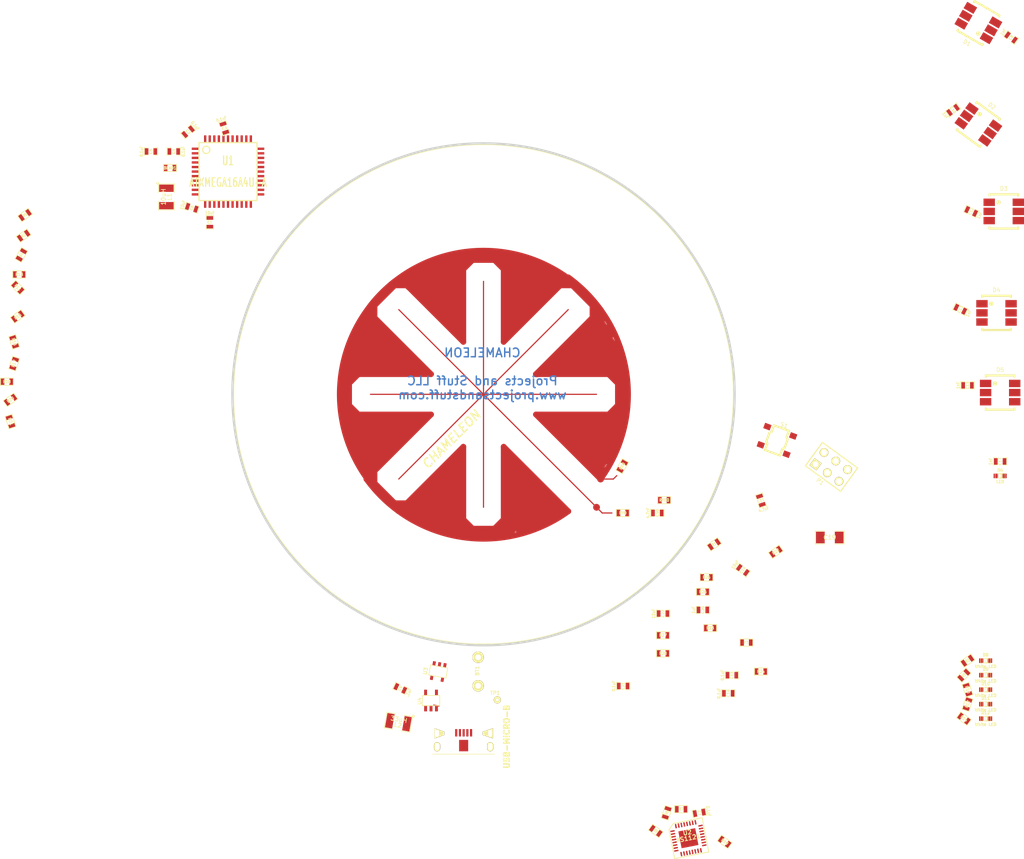
<source format=kicad_pcb>
(kicad_pcb (version 3) (host pcbnew "(2013-07-07 BZR 4022)-stable")

  (general
    (links 188)
    (no_connects 188)
    (area 55.808879 55.808879 144.190721 144.190721)
    (thickness 1.6002)
    (drawings 3)
    (tracks 6)
    (zones 0)
    (modules 79)
    (nets 74)
  )

  (page A)
  (title_block 
    (title "Chameleon Drink Coasters")
    (rev 1)
    (company "Projects and Stuff LLC")
  )

  (layers
    (15 Front signal)
    (0 Back signal)
    (17 F.Adhes user)
    (19 F.Paste user)
    (21 F.SilkS user)
    (23 F.Mask user)
    (28 Edge.Cuts user)
  )

  (setup
    (last_trace_width 0.2032)
    (user_trace_width 0.2032)
    (user_trace_width 0.4572)
    (trace_clearance 0.2032)
    (zone_clearance 0.508)
    (zone_45_only no)
    (trace_min 0.2032)
    (segment_width 0.381)
    (edge_width 0.381)
    (via_size 0.889)
    (via_drill 0.635)
    (via_min_size 0.889)
    (via_min_drill 0.508)
    (uvia_size 0.508)
    (uvia_drill 0.127)
    (uvias_allowed no)
    (uvia_min_size 0.508)
    (uvia_min_drill 0.127)
    (pcb_text_width 0.3048)
    (pcb_text_size 1.524 2.032)
    (mod_edge_width 0.1)
    (mod_text_size 1.524 1.524)
    (mod_text_width 0.3048)
    (pad_size 1.59 2)
    (pad_drill 0)
    (pad_to_mask_clearance 0.254)
    (aux_axis_origin 0 0)
    (visible_elements 7FFFFBFF)
    (pcbplotparams
      (layerselection 279609345)
      (usegerberextensions true)
      (excludeedgelayer true)
      (linewidth 0.150000)
      (plotframeref false)
      (viasonmask false)
      (mode 1)
      (useauxorigin false)
      (hpglpennumber 1)
      (hpglpenspeed 20)
      (hpglpendiameter 15)
      (hpglpenoverlay 0)
      (psnegative false)
      (psa4output false)
      (plotreference true)
      (plotvalue true)
      (plotothertext true)
      (plotinvisibletext false)
      (padsonsilk false)
      (subtractmaskfromsilk false)
      (outputformat 1)
      (mirror false)
      (drillshape 1)
      (scaleselection 1)
      (outputdirectory ../GerberOutput/))
  )

  (net 0 "")
  (net 1 /AS_MODE)
  (net 2 /D+)
  (net 3 /D-)
  (net 4 /GSCLK)
  (net 5 /MISO)
  (net 6 /MODE_SELECT)
  (net 7 /MOSI)
  (net 8 /OEN)
  (net 9 /P2_EN)
  (net 10 /PD)
  (net 11 /PD0)
  (net 12 /PD1)
  (net 13 /PD10)
  (net 14 /PD2)
  (net 15 /PD3)
  (net 16 /PD4)
  (net 17 /PD5)
  (net 18 /PD6)
  (net 19 /PD7)
  (net 20 /PD8)
  (net 21 /PD9)
  (net 22 /PDI_CLK)
  (net 23 /PDI_DATA)
  (net 24 /SCK)
  (net 25 /SHIELD)
  (net 26 /SMP)
  (net 27 /VCC)
  (net 28 /VLED)
  (net 29 /WL1)
  (net 30 /WL2)
  (net 31 /WL3)
  (net 32 /WL4)
  (net 33 /WL5)
  (net 34 /X0)
  (net 35 /XERR)
  (net 36 /Y0A)
  (net 37 /Y0B)
  (net 38 /~SS~)
  (net 39 GND)
  (net 40 N-000001)
  (net 41 N-0000010)
  (net 42 N-0000011)
  (net 43 N-0000014)
  (net 44 N-000002)
  (net 45 N-0000024)
  (net 46 N-0000025)
  (net 47 N-0000026)
  (net 48 N-0000027)
  (net 49 N-000003)
  (net 50 N-0000030)
  (net 51 N-0000031)
  (net 52 N-0000034)
  (net 53 N-0000035)
  (net 54 N-0000036)
  (net 55 N-0000037)
  (net 56 N-0000038)
  (net 57 N-000004)
  (net 58 N-0000042)
  (net 59 N-0000044)
  (net 60 N-000005)
  (net 61 N-0000050)
  (net 62 N-0000051)
  (net 63 N-0000053)
  (net 64 N-0000055)
  (net 65 N-0000057)
  (net 66 N-0000065)
  (net 67 N-0000068)
  (net 68 N-0000069)
  (net 69 N-000007)
  (net 70 N-0000070)
  (net 71 N-0000071)
  (net 72 N-0000072)
  (net 73 N-0000073)

  (net_class Default "This is the default net class."
    (clearance 0.2032)
    (trace_width 0.2032)
    (via_dia 0.889)
    (via_drill 0.635)
    (uvia_dia 0.508)
    (uvia_drill 0.127)
    (add_net "")
    (add_net /AS_MODE)
    (add_net /D+)
    (add_net /D-)
    (add_net /GSCLK)
    (add_net /MISO)
    (add_net /MODE_SELECT)
    (add_net /MOSI)
    (add_net /OEN)
    (add_net /P2_EN)
    (add_net /PD)
    (add_net /PD0)
    (add_net /PD1)
    (add_net /PD10)
    (add_net /PD2)
    (add_net /PD3)
    (add_net /PD4)
    (add_net /PD5)
    (add_net /PD6)
    (add_net /PD7)
    (add_net /PD8)
    (add_net /PD9)
    (add_net /PDI_CLK)
    (add_net /PDI_DATA)
    (add_net /SCK)
    (add_net /SHIELD)
    (add_net /SMP)
    (add_net /VCC)
    (add_net /VLED)
    (add_net /WL1)
    (add_net /WL2)
    (add_net /WL3)
    (add_net /WL4)
    (add_net /WL5)
    (add_net /X0)
    (add_net /XERR)
    (add_net /Y0A)
    (add_net /Y0B)
    (add_net /~SS~)
    (add_net GND)
    (add_net N-000001)
    (add_net N-0000010)
    (add_net N-0000011)
    (add_net N-0000014)
    (add_net N-000002)
    (add_net N-0000024)
    (add_net N-0000025)
    (add_net N-0000026)
    (add_net N-0000027)
    (add_net N-000003)
    (add_net N-0000030)
    (add_net N-0000031)
    (add_net N-0000034)
    (add_net N-0000035)
    (add_net N-0000036)
    (add_net N-0000037)
    (add_net N-0000038)
    (add_net N-000004)
    (add_net N-0000042)
    (add_net N-0000044)
    (add_net N-000005)
    (add_net N-0000050)
    (add_net N-0000051)
    (add_net N-0000053)
    (add_net N-0000055)
    (add_net N-0000057)
    (add_net N-0000065)
    (add_net N-0000068)
    (add_net N-0000069)
    (add_net N-000007)
    (add_net N-0000070)
    (add_net N-0000071)
    (add_net N-0000072)
    (add_net N-0000073)
  )

  (module pin_array_3x2   locked (layer Front) (tedit 4FB43F66) (tstamp 4FB42F12)
    (at 160.96488 112.72012 324)
    (descr "Double rangee de contacts 2 x 4 pins")
    (tags CONN)
    (path /4FA823D1)
    (fp_text reference P1 (at -0.0889 3.27914 324) (layer F.SilkS)
      (effects (font (size 0.70104 0.70104) (thickness 0.09906)))
    )
    (fp_text value PDI (at 0 3.81 324) (layer F.SilkS) hide
      (effects (font (size 0.70104 0.70104) (thickness 0.09906)))
    )
    (fp_line (start 3.81 2.54) (end -3.81 2.54) (layer F.SilkS) (width 0.2032))
    (fp_line (start -3.81 -2.54) (end 3.81 -2.54) (layer F.SilkS) (width 0.2032))
    (fp_line (start 3.81 -2.54) (end 3.81 2.54) (layer F.SilkS) (width 0.2032))
    (fp_line (start -3.81 2.54) (end -3.81 -2.54) (layer F.SilkS) (width 0.2032))
    (pad 1 thru_hole rect (at -2.54 1.27 324) (size 1.524 1.524) (drill 1.016)
      (layers *.Cu *.Mask F.SilkS)
      (net 23 /PDI_DATA)
    )
    (pad 2 thru_hole circle (at -2.54 -1.27 324) (size 1.524 1.524) (drill 1.016)
      (layers *.Cu *.Mask F.SilkS)
      (net 27 /VCC)
    )
    (pad 3 thru_hole circle (at 0 1.27 324) (size 1.524 1.524) (drill 1.016)
      (layers *.Cu *.Mask F.SilkS)
    )
    (pad 4 thru_hole circle (at 0 -1.27 324) (size 1.524 1.524) (drill 1.016)
      (layers *.Cu *.Mask F.SilkS)
    )
    (pad 5 thru_hole circle (at 2.54 1.27 324) (size 1.524 1.524) (drill 1.016)
      (layers *.Cu *.Mask F.SilkS)
      (net 22 /PDI_CLK)
    )
    (pad 6 thru_hole circle (at 2.54 -1.27 324) (size 1.524 1.524) (drill 1.016)
      (layers *.Cu *.Mask F.SilkS)
      (net 39 GND)
    )
    (model pin_array/pins_array_3x2.wrl
      (at (xyz 0 0 0))
      (scale (xyz 1 1 1))
      (rotate (xyz 0 0 0))
    )
  )

  (module Sensor_50mm (layer Front) (tedit 5263EA0B) (tstamp 4FB44178)
    (at 99.9998 99.9998 45)
    (path /4FA6C8E9)
    (fp_text reference XOYO1 (at 0 -27.0002 45) (layer F.SilkS) hide
      (effects (font (size 1.524 1.524) (thickness 0.3048)))
    )
    (fp_text value CHAMELEON (at -9.54532 1.6256 45) (layer F.SilkS)
      (effects (font (size 1.524 1.524) (thickness 0.24892) italic))
    )
    (fp_line (start 25.00122 1.99898) (end 21.99894 5.00126) (layer Front) (width 1.00076))
    (fp_line (start 25.00122 -1.99898) (end 21.99894 -5.00126) (layer Front) (width 1.00076))
    (fp_line (start 1.99898 -25.00122) (end 4.0005 -22.9997) (layer Front) (width 1.00076))
    (fp_line (start -1.99898 -25.00122) (end -4.0005 -22.9997) (layer Front) (width 1.00076))
    (fp_line (start -25.00122 1.99898) (end -22.9997 4.0005) (layer Front) (width 1.00076))
    (fp_line (start -22.9997 -4.0005) (end -25.00122 -1.99898) (layer Front) (width 1.00076))
    (fp_line (start -24.50084 -4.0005) (end -24.50084 4.0005) (layer Front) (width 1.00076))
    (fp_line (start 24.50084 -4.0005) (end 24.50084 4.50088) (layer Front) (width 1.00076))
    (fp_line (start -4.0005 -24.50084) (end 4.0005 -24.50084) (layer Front) (width 1.00076))
    (fp_line (start 18.00098 11.99896) (end 18.00098 15.99946) (layer Front) (width 1.00076))
    (fp_line (start 15.00124 18.00098) (end 15.99946 18.00098) (layer Front) (width 1.00076))
    (fp_line (start 18.00098 -15.99946) (end 18.00098 -11.99896) (layer Front) (width 1.00076))
    (fp_line (start 15.99946 -18.00098) (end 11.50112 -18.00098) (layer Front) (width 1.00076))
    (fp_line (start -15.99946 -18.00098) (end -11.99896 -18.00098) (layer Front) (width 1.00076))
    (fp_line (start -18.00098 -15.49908) (end -18.00098 -12.49934) (layer Front) (width 1.00076))
    (fp_line (start -18.00098 12.99972) (end -18.00098 15.49908) (layer Front) (width 1.00076))
    (fp_line (start -12.99972 18.00098) (end -15.49908 18.00098) (layer Front) (width 1.00076))
    (fp_line (start 12.99972 18.00098) (end 15.00124 18.00098) (layer Front) (width 1.00076))
    (fp_line (start 18.00098 12.99972) (end 18.00098 15.00124) (layer Front) (width 1.00076))
    (fp_line (start 24.50084 -4.0005) (end 23.50008 -4.0005) (layer Front) (width 1.00076))
    (fp_line (start 4.0005 -24.50084) (end 4.0005 -22.49932) (layer Front) (width 1.00076))
    (fp_line (start -4.0005 -24.50084) (end -4.0005 -22.9997) (layer Front) (width 1.00076))
    (fp_line (start -25.00122 -4.0005) (end -23.50008 -4.0005) (layer Front) (width 1.00076))
    (fp_line (start -25.00122 4.0005) (end -22.9997 4.0005) (layer Front) (width 1.00076))
    (fp_line (start 21.99894 4.0005) (end 25.00122 4.0005) (layer Front) (width 1.00076))
    (fp_line (start 8.99922 4.0005) (end 19.99996 15.00124) (layer Front) (width 1.00076))
    (fp_line (start 8.99922 4.0005) (end 19.99996 14.00048) (layer Front) (width 1.00076))
    (fp_line (start 14.00048 -19.99996) (end 18.9992 -15.00124) (layer Front) (width 1.99898))
    (fp_line (start 14.00048 19.99996) (end 21.00072 12.99972) (layer Front) (width 1.99898))
    (fp_line (start -19.99996 14.00048) (end -15.00124 18.9992) (layer Front) (width 1.99898))
    (fp_line (start -14.00048 -19.99996) (end -19.99996 -14.00048) (layer Front) (width 1.99898))
    (fp_line (start 8.001 -18.9992) (end 8.001 -17.00022) (layer Front) (width 1.99898))
    (fp_line (start 5.00126 -11.00074) (end 5.00126 -24.00046) (layer Front) (width 1.99898))
    (fp_line (start 5.00126 -24.00046) (end 14.00048 -19.99996) (layer Front) (width 1.99898))
    (fp_line (start 14.00048 -19.99996) (end 5.99948 -11.99896) (layer Front) (width 1.99898))
    (fp_line (start 5.99948 -11.99896) (end 5.99948 -21.99894) (layer Front) (width 1.99898))
    (fp_line (start 5.99948 -21.99894) (end 11.99896 -18.9992) (layer Front) (width 1.99898))
    (fp_line (start 11.99896 -18.9992) (end 7.00024 -14.00048) (layer Front) (width 1.99898))
    (fp_line (start 7.00024 -14.00048) (end 7.00024 -19.99996) (layer Front) (width 1.99898))
    (fp_line (start 7.00024 -19.99996) (end 9.99998 -18.9992) (layer Front) (width 1.99898))
    (fp_line (start 9.99998 -18.9992) (end 8.001 -17.00022) (layer Front) (width 1.99898))
    (fp_line (start -5.00126 -11.00074) (end -5.00126 -24.00046) (layer Front) (width 1.99898))
    (fp_line (start -5.00126 -24.00046) (end -14.00048 -19.99996) (layer Front) (width 1.99898))
    (fp_line (start -14.00048 -19.99996) (end -5.99948 -11.99896) (layer Front) (width 1.99898))
    (fp_line (start -5.99948 -11.99896) (end -5.99948 -21.99894) (layer Front) (width 1.99898))
    (fp_line (start -5.99948 -21.99894) (end -11.99896 -18.9992) (layer Front) (width 1.99898))
    (fp_line (start -11.99896 -18.9992) (end -7.00024 -14.00048) (layer Front) (width 1.99898))
    (fp_line (start -7.00024 -14.00048) (end -7.00024 -19.99996) (layer Front) (width 1.99898))
    (fp_line (start -7.00024 -19.99996) (end -9.99998 -18.00098) (layer Front) (width 1.99898))
    (fp_line (start -9.99998 -18.00098) (end -8.001 -15.99946) (layer Front) (width 1.99898))
    (fp_line (start -8.001 -15.99946) (end -8.001 -18.00098) (layer Front) (width 1.99898))
    (fp_line (start -11.00074 -5.00126) (end -24.00046 -5.00126) (layer Front) (width 1.99898))
    (fp_line (start -24.00046 -5.00126) (end -21.99894 -9.99998) (layer Front) (width 1.99898))
    (fp_line (start -21.99894 -9.99998) (end -19.99996 -14.00048) (layer Front) (width 1.99898))
    (fp_line (start -19.99996 -14.00048) (end -11.99896 -5.99948) (layer Front) (width 1.99898))
    (fp_line (start -11.99896 -5.99948) (end -21.99894 -5.99948) (layer Front) (width 1.99898))
    (fp_line (start -21.99894 -5.99948) (end -18.9992 -11.99896) (layer Front) (width 1.99898))
    (fp_line (start -18.9992 -11.99896) (end -14.00048 -7.00024) (layer Front) (width 1.99898))
    (fp_line (start -14.00048 -7.00024) (end -21.00072 -7.00024) (layer Front) (width 1.99898))
    (fp_line (start -21.00072 -7.00024) (end -18.9992 -9.99998) (layer Front) (width 1.99898))
    (fp_line (start -18.9992 -9.99998) (end -17.00022 -8.001) (layer Front) (width 1.99898))
    (fp_line (start -17.00022 -8.001) (end -18.9992 -8.001) (layer Front) (width 1.99898))
    (fp_line (start -11.00074 5.00126) (end -19.99996 14.00048) (layer Front) (width 1.99898))
    (fp_line (start -19.99996 14.00048) (end -21.99894 9.99998) (layer Front) (width 1.99898))
    (fp_line (start -21.99894 9.99998) (end -24.00046 5.00126) (layer Front) (width 1.99898))
    (fp_line (start -24.00046 5.00126) (end -11.99896 5.00126) (layer Front) (width 1.99898))
    (fp_line (start -11.99896 5.00126) (end -19.99996 11.99896) (layer Front) (width 1.99898))
    (fp_line (start -19.99996 11.99896) (end -22.9997 5.99948) (layer Front) (width 1.99898))
    (fp_line (start -22.9997 5.99948) (end -15.00124 5.99948) (layer Front) (width 1.99898))
    (fp_line (start -15.00124 5.99948) (end -19.99996 9.99998) (layer Front) (width 1.99898))
    (fp_line (start -19.99996 9.99998) (end -21.99894 7.00024) (layer Front) (width 1.99898))
    (fp_line (start -21.99894 7.00024) (end -18.00098 7.00024) (layer Front) (width 1.99898))
    (fp_line (start -18.00098 7.00024) (end -19.99996 8.001) (layer Front) (width 1.99898))
    (fp_line (start 21.00072 12.99972) (end 21.99894 11.00074) (layer Front) (width 1.99898))
    (fp_line (start -8.001 18.9992) (end -8.001 22.9997) (layer Front) (width 1.99898))
    (fp_line (start -8.001 22.9997) (end -11.00074 21.99894) (layer Front) (width 1.99898))
    (fp_line (start -11.00074 21.99894) (end -8.99922 19.99996) (layer Front) (width 1.99898))
    (fp_line (start -8.99922 19.99996) (end -8.99922 21.00072) (layer Front) (width 1.99898))
    (fp_line (start -7.00024 15.99946) (end -11.99896 21.00072) (layer Front) (width 1.99898))
    (fp_line (start -7.00024 15.00124) (end -7.00024 22.9997) (layer Front) (width 1.99898))
    (fp_line (start -5.99948 12.99972) (end -12.99972 19.99996) (layer Front) (width 1.99898))
    (fp_line (start -5.99948 12.99972) (end -5.99948 24.00046) (layer Front) (width 1.99898))
    (fp_line (start -5.00126 11.00074) (end -14.00048 19.99996) (layer Front) (width 1.99898))
    (fp_line (start -5.00126 11.00074) (end -5.00126 24.00046) (layer Front) (width 1.99898))
    (fp_line (start 14.00048 19.99996) (end 11.00074 21.99894) (layer Front) (width 1.99898))
    (fp_line (start 8.001 21.99894) (end 8.99922 22.9997) (layer Front) (width 1.99898))
    (fp_line (start 8.001 21.00072) (end 8.001 22.9997) (layer Front) (width 1.99898))
    (fp_line (start 7.00024 18.9992) (end 9.99998 21.99894) (layer Front) (width 1.99898))
    (fp_line (start 7.00024 17.00022) (end 7.00024 22.9997) (layer Front) (width 1.99898))
    (fp_line (start 5.99948 15.99946) (end 11.00074 21.00072) (layer Front) (width 1.99898))
    (fp_line (start 5.99948 14.00048) (end 5.99948 22.9997) (layer Front) (width 1.99898))
    (fp_line (start 5.00126 12.99972) (end 12.99972 21.00072) (layer Front) (width 1.99898))
    (fp_line (start 5.00126 11.99896) (end 5.00126 24.00046) (layer Front) (width 1.99898))
    (fp_line (start 5.00126 11.00074) (end 14.00048 19.99996) (layer Front) (width 1.99898))
    (fp_line (start 21.00072 8.001) (end 22.9997 8.001) (layer Front) (width 1.99898))
    (fp_line (start 21.00072 8.001) (end 21.99894 8.99922) (layer Front) (width 1.99898))
    (fp_line (start 18.9992 7.00024) (end 22.9997 7.00024) (layer Front) (width 1.99898))
    (fp_line (start 17.00022 7.00024) (end 21.99894 9.99998) (layer Front) (width 1.99898))
    (fp_line (start 15.00124 5.99948) (end 22.9997 5.99948) (layer Front) (width 1.99898))
    (fp_line (start 14.00048 5.99948) (end 21.00072 11.00074) (layer Front) (width 1.99898))
    (fp_line (start 11.00074 5.00126) (end 21.00072 12.99972) (layer Front) (width 1.99898))
    (fp_line (start 11.99896 5.00126) (end 24.00046 5.00126) (layer Front) (width 1.99898))
    (fp_line (start 19.99996 -14.00048) (end 21.99894 -9.99998) (layer Front) (width 1.99898))
    (fp_line (start 21.99894 -9.99998) (end 24.00046 -5.00126) (layer Front) (width 1.99898))
    (fp_line (start 21.00072 -8.001) (end 21.99894 -8.99922) (layer Front) (width 1.99898))
    (fp_line (start 19.99996 -8.001) (end 22.9997 -8.001) (layer Front) (width 1.99898))
    (fp_line (start 17.00022 -7.00024) (end 21.99894 -11.00074) (layer Front) (width 1.99898))
    (fp_line (start 17.00022 -7.00024) (end 22.9997 -7.00024) (layer Front) (width 1.99898))
    (fp_line (start 14.00048 -5.99948) (end 22.9997 -5.99948) (layer Front) (width 1.99898))
    (fp_line (start 14.00048 -5.99948) (end 21.00072 -11.99896) (layer Front) (width 1.99898))
    (fp_line (start 11.00074 -5.00126) (end 19.99996 -12.99972) (layer Front) (width 1.99898))
    (fp_line (start 11.00074 -5.00126) (end 22.9997 -5.00126) (layer Front) (width 1.99898))
    (fp_line (start 4.0005 8.99922) (end 15.00124 19.99996) (layer Front) (width 1.00076))
    (fp_line (start 4.0005 8.99922) (end 4.0005 25.00122) (layer Front) (width 1.00076))
    (fp_line (start -4.0005 8.99922) (end -4.0005 25.00122) (layer Front) (width 1.00076))
    (fp_line (start -4.0005 8.99922) (end -15.00124 19.99996) (layer Front) (width 1.00076))
    (fp_line (start -8.99922 4.0005) (end -19.99996 15.00124) (layer Front) (width 1.00076))
    (fp_line (start -8.99922 4.0005) (end -24.00046 4.0005) (layer Front) (width 1.00076))
    (fp_line (start -8.99922 -4.0005) (end -24.00046 -4.0005) (layer Front) (width 1.00076))
    (fp_line (start -8.99922 -4.0005) (end -19.99996 -15.00124) (layer Front) (width 1.00076))
    (fp_line (start -4.0005 -8.99922) (end -15.00124 -19.99996) (layer Front) (width 1.00076))
    (fp_line (start -4.0005 -8.99922) (end -4.0005 -24.00046) (layer Front) (width 1.00076))
    (fp_line (start 4.0005 -8.99922) (end 4.0005 -24.00046) (layer Front) (width 1.00076))
    (fp_line (start 4.0005 -8.99922) (end 15.00124 -19.99996) (layer Front) (width 1.00076))
    (fp_line (start 8.99922 -4.0005) (end 24.00046 -4.0005) (layer Front) (width 1.00076))
    (fp_line (start 8.99922 4.0005) (end 21.00072 14.00048) (layer Front) (width 1.00076))
    (fp_line (start 8.99922 4.0005) (end 24.00046 4.0005) (layer Front) (width 1.00076))
    (fp_line (start 8.99922 -4.0005) (end 19.99996 -15.00124) (layer Front) (width 1.00076))
    (fp_line (start 0 0) (end -14.00048 -14.00048) (layer Front) (width 0.20066))
    (fp_line (start 0 0) (end -14.00048 14.00048) (layer Front) (width 0.20066))
    (fp_line (start 0 0) (end 14.00048 14.00048) (layer Front) (width 0.20066))
    (fp_line (start 0 0) (end 14.00048 -14.00048) (layer Front) (width 0.20066))
    (fp_arc (start 0 0) (end -4.0005 25.00122) (angle 90) (layer Front) (width 1.00076))
    (fp_arc (start 0 0) (end 25.00122 -4.0005) (angle 90) (layer Front) (width 1.00076))
    (fp_line (start 0 0) (end 0 28.00096) (layer Front) (width 0.20066))
    (fp_line (start 0 0) (end 21.00072 0) (layer Front) (width 0.20066))
    (fp_line (start 0 0) (end -21.00072 0) (layer Front) (width 0.20066))
    (fp_line (start 0 0) (end 0 -21.00072) (layer Front) (width 0.20066))
    (fp_arc (start 0 0) (end -25.00122 -2.99974) (angle 90) (layer Front) (width 1.00076))
    (fp_arc (start 0 0) (end -2.99974 -25.00122) (angle 90) (layer Front) (width 1.00076))
    (pad 2 smd circle (at 0 28.00096 45) (size 1.19888 1.19888)
      (layers Front F.Paste F.Mask)
      (net 41 N-0000010)
    )
    (pad 1 smd circle (at 4.0005 25.00122 45) (size 1.19888 1.19888)
      (layers Front F.Paste F.Mask)
      (net 42 N-0000011)
    )
  )

  (module TL3315NF160Q (layer Front) (tedit 4FB43F1F) (tstamp 4FAF532F)
    (at 151.40432 108.07954 160)
    (path /4FA6C954)
    (fp_text reference S1 (at -0.27432 2.93116 160) (layer F.SilkS)
      (effects (font (size 0.70104 0.70104) (thickness 0.09906)))
    )
    (fp_text value TL3315NF160Q (at 0 3.2004 160) (layer F.SilkS) hide
      (effects (font (size 0.70104 0.70104) (thickness 0.09906)))
    )
    (fp_line (start 1.39954 1.09982) (end 1.69926 0.8001) (layer F.SilkS) (width 0.381))
    (fp_line (start 1.69926 0.8001) (end 1.69926 0.39878) (layer F.SilkS) (width 0.381))
    (fp_line (start -1.39954 -2.30124) (end 1.39954 -2.30124) (layer F.SilkS) (width 0.381))
    (fp_line (start 1.39954 -2.30124) (end 1.39954 -1.09982) (layer F.SilkS) (width 0.381))
    (fp_line (start 1.39954 -1.09982) (end 1.69926 -0.8001) (layer F.SilkS) (width 0.381))
    (fp_line (start 1.69926 -0.8001) (end 1.69926 0.70104) (layer F.SilkS) (width 0.381))
    (fp_line (start 1.39954 1.09982) (end 1.39954 2.30124) (layer F.SilkS) (width 0.381))
    (fp_line (start 1.39954 2.30124) (end -1.39954 2.30124) (layer F.SilkS) (width 0.381))
    (fp_line (start -1.39954 2.30124) (end -1.39954 1.09982) (layer F.SilkS) (width 0.381))
    (fp_line (start -1.39954 1.09982) (end -1.69926 0.8001) (layer F.SilkS) (width 0.381))
    (fp_line (start -1.69926 0.8001) (end -1.69926 -0.8001) (layer F.SilkS) (width 0.381))
    (fp_line (start -1.69926 -0.8001) (end -1.39954 -1.09982) (layer F.SilkS) (width 0.381))
    (fp_line (start -1.39954 -1.09982) (end -1.39954 -2.30124) (layer F.SilkS) (width 0.381))
    (pad 2 smd rect (at 2.4003 -1.69926 160) (size 1.19888 1.00076)
      (layers Front F.Paste F.Mask)
      (net 39 GND)
    )
    (pad 4 smd rect (at 2.4003 1.69926 160) (size 1.19888 1.00076)
      (layers Front F.Paste F.Mask)
      (net 6 /MODE_SELECT)
    )
    (pad 1 smd rect (at -2.4003 -1.69926 160) (size 1.19888 1.00076)
      (layers Front F.Paste F.Mask)
      (net 39 GND)
    )
    (pad 3 smd rect (at -2.4003 1.69926 160) (size 1.19888 1.00076)
      (layers Front F.Paste F.Mask)
      (net 6 /MODE_SELECT)
    )
  )

  (module TestPoint_1-pin (layer Front) (tedit 50E0DC5E) (tstamp 4FAF5336)
    (at 102.4255 153.55062)
    (path /4FAEFE1B)
    (fp_text reference TP1 (at -0.40132 -1.20142) (layer F.SilkS)
      (effects (font (size 0.635 0.635) (thickness 0.127)))
    )
    (fp_text value TST (at 0 1.39954) (layer F.SilkS) hide
      (effects (font (size 0.70104 0.70104) (thickness 0.09906)))
    )
    (pad 1 thru_hole circle (at 0 0) (size 1.24968 1.24968) (drill 0.50038)
      (layers *.Cu *.Mask F.SilkS)
      (net 47 N-0000026)
    )
  )

  (module Battery (layer Front) (tedit 524EFA82) (tstamp 4FAF474A)
    (at 99.06 148.59 270)
    (path /4FA6C819)
    (fp_text reference BT1 (at -0.12446 0.14986 270) (layer F.SilkS)
      (effects (font (size 0.635 0.635) (thickness 0.127)))
    )
    (fp_text value "3.7V 500mAh" (at -0.19558 1.76022 270) (layer F.SilkS) hide
      (effects (font (size 1 1) (thickness 0.25)))
    )
    (pad 1 thru_hole circle (at -2.49936 0 270) (size 1.99898 1.99898) (drill 1.00076)
      (layers *.Cu *.Mask F.SilkS)
      (net 39 GND)
    )
    (pad 2 thru_hole circle (at 2.49936 0 270) (size 1.99898 1.99898) (drill 1.00076)
      (layers *.Cu *.Mask F.SilkS)
      (net 47 N-0000026)
    )
  )

  (module SM1206 (layer Front) (tedit 42806E24) (tstamp 524EF731)
    (at 160.655 125.095)
    (path /4FA6C832)
    (attr smd)
    (fp_text reference C19 (at 0 0) (layer F.SilkS)
      (effects (font (size 0.762 0.762) (thickness 0.127)))
    )
    (fp_text value 47uF (at 0 0) (layer F.SilkS) hide
      (effects (font (size 0.762 0.762) (thickness 0.127)))
    )
    (fp_line (start -2.54 -1.143) (end -2.54 1.143) (layer F.SilkS) (width 0.127))
    (fp_line (start -2.54 1.143) (end -0.889 1.143) (layer F.SilkS) (width 0.127))
    (fp_line (start 0.889 -1.143) (end 2.54 -1.143) (layer F.SilkS) (width 0.127))
    (fp_line (start 2.54 -1.143) (end 2.54 1.143) (layer F.SilkS) (width 0.127))
    (fp_line (start 2.54 1.143) (end 0.889 1.143) (layer F.SilkS) (width 0.127))
    (fp_line (start -0.889 -1.143) (end -2.54 -1.143) (layer F.SilkS) (width 0.127))
    (pad 1 smd rect (at -1.651 0) (size 1.524 2.032)
      (layers Front F.Paste F.Mask)
      (net 28 /VLED)
    )
    (pad 2 smd rect (at 1.651 0) (size 1.524 2.032)
      (layers Front F.Paste F.Mask)
      (net 39 GND)
    )
    (model smd/chip_cms.wrl
      (at (xyz 0 0 0))
      (scale (xyz 0.17 0.16 0.16))
      (rotate (xyz 0 0 0))
    )
  )

  (module SM0603_Capa (layer Front) (tedit 5051B1EC) (tstamp 524EF73D)
    (at 190.5 111.76)
    (path /4FA81D59)
    (attr smd)
    (fp_text reference C17 (at 0 0 90) (layer F.SilkS)
      (effects (font (size 0.508 0.4572) (thickness 0.1143)))
    )
    (fp_text value 1nF (at -1.651 0 90) (layer F.SilkS)
      (effects (font (size 0.508 0.4572) (thickness 0.1143)))
    )
    (fp_line (start 0.50038 0.65024) (end 1.19888 0.65024) (layer F.SilkS) (width 0.11938))
    (fp_line (start -0.50038 0.65024) (end -1.19888 0.65024) (layer F.SilkS) (width 0.11938))
    (fp_line (start 0.50038 -0.65024) (end 1.19888 -0.65024) (layer F.SilkS) (width 0.11938))
    (fp_line (start -1.19888 -0.65024) (end -0.50038 -0.65024) (layer F.SilkS) (width 0.11938))
    (fp_line (start 1.19888 -0.635) (end 1.19888 0.635) (layer F.SilkS) (width 0.11938))
    (fp_line (start -1.19888 0.635) (end -1.19888 -0.635) (layer F.SilkS) (width 0.11938))
    (pad 1 smd rect (at -0.762 0) (size 0.635 1.143)
      (layers Front F.Paste F.Mask)
      (net 28 /VLED)
    )
    (pad 2 smd rect (at 0.762 0) (size 0.635 1.143)
      (layers Front F.Paste F.Mask)
      (net 39 GND)
    )
    (model smd\capacitors\C0603.wrl
      (at (xyz 0 0 0.001))
      (scale (xyz 0.5 0.5 0.5))
      (rotate (xyz 0 0 0))
    )
  )

  (module SM0603_Capa (layer Front) (tedit 5051B1EC) (tstamp 524EF749)
    (at 184.785 98.425)
    (path /4FA81840)
    (attr smd)
    (fp_text reference C15 (at 0 0 90) (layer F.SilkS)
      (effects (font (size 0.508 0.4572) (thickness 0.1143)))
    )
    (fp_text value 1nF (at -1.651 0 90) (layer F.SilkS)
      (effects (font (size 0.508 0.4572) (thickness 0.1143)))
    )
    (fp_line (start 0.50038 0.65024) (end 1.19888 0.65024) (layer F.SilkS) (width 0.11938))
    (fp_line (start -0.50038 0.65024) (end -1.19888 0.65024) (layer F.SilkS) (width 0.11938))
    (fp_line (start 0.50038 -0.65024) (end 1.19888 -0.65024) (layer F.SilkS) (width 0.11938))
    (fp_line (start -1.19888 -0.65024) (end -0.50038 -0.65024) (layer F.SilkS) (width 0.11938))
    (fp_line (start 1.19888 -0.635) (end 1.19888 0.635) (layer F.SilkS) (width 0.11938))
    (fp_line (start -1.19888 0.635) (end -1.19888 -0.635) (layer F.SilkS) (width 0.11938))
    (pad 1 smd rect (at -0.762 0) (size 0.635 1.143)
      (layers Front F.Paste F.Mask)
      (net 28 /VLED)
    )
    (pad 2 smd rect (at 0.762 0) (size 0.635 1.143)
      (layers Front F.Paste F.Mask)
      (net 39 GND)
    )
    (model smd\capacitors\C0603.wrl
      (at (xyz 0 0 0.001))
      (scale (xyz 0.5 0.5 0.5))
      (rotate (xyz 0 0 0))
    )
  )

  (module SM0603_Capa (layer Front) (tedit 5051B1EC) (tstamp 524EF755)
    (at 143.51 149.225)
    (path /5249BF92)
    (attr smd)
    (fp_text reference C16 (at 0 0 90) (layer F.SilkS)
      (effects (font (size 0.508 0.4572) (thickness 0.1143)))
    )
    (fp_text value 0.1uF (at -1.651 0 90) (layer F.SilkS)
      (effects (font (size 0.508 0.4572) (thickness 0.1143)))
    )
    (fp_line (start 0.50038 0.65024) (end 1.19888 0.65024) (layer F.SilkS) (width 0.11938))
    (fp_line (start -0.50038 0.65024) (end -1.19888 0.65024) (layer F.SilkS) (width 0.11938))
    (fp_line (start 0.50038 -0.65024) (end 1.19888 -0.65024) (layer F.SilkS) (width 0.11938))
    (fp_line (start -1.19888 -0.65024) (end -0.50038 -0.65024) (layer F.SilkS) (width 0.11938))
    (fp_line (start 1.19888 -0.635) (end 1.19888 0.635) (layer F.SilkS) (width 0.11938))
    (fp_line (start -1.19888 0.635) (end -1.19888 -0.635) (layer F.SilkS) (width 0.11938))
    (pad 1 smd rect (at -0.762 0) (size 0.635 1.143)
      (layers Front F.Paste F.Mask)
      (net 67 N-0000068)
    )
    (pad 2 smd rect (at 0.762 0) (size 0.635 1.143)
      (layers Front F.Paste F.Mask)
      (net 39 GND)
    )
    (model smd\capacitors\C0603.wrl
      (at (xyz 0 0 0.001))
      (scale (xyz 0.5 0.5 0.5))
      (rotate (xyz 0 0 0))
    )
  )

  (module SM0603_Capa (layer Front) (tedit 5051B1EC) (tstamp 524EF761)
    (at 142.875 152.4)
    (path /5249BF9F)
    (attr smd)
    (fp_text reference C18 (at 0 0 90) (layer F.SilkS)
      (effects (font (size 0.508 0.4572) (thickness 0.1143)))
    )
    (fp_text value 0.1uF (at -1.651 0 90) (layer F.SilkS)
      (effects (font (size 0.508 0.4572) (thickness 0.1143)))
    )
    (fp_line (start 0.50038 0.65024) (end 1.19888 0.65024) (layer F.SilkS) (width 0.11938))
    (fp_line (start -0.50038 0.65024) (end -1.19888 0.65024) (layer F.SilkS) (width 0.11938))
    (fp_line (start 0.50038 -0.65024) (end 1.19888 -0.65024) (layer F.SilkS) (width 0.11938))
    (fp_line (start -1.19888 -0.65024) (end -0.50038 -0.65024) (layer F.SilkS) (width 0.11938))
    (fp_line (start 1.19888 -0.635) (end 1.19888 0.635) (layer F.SilkS) (width 0.11938))
    (fp_line (start -1.19888 0.635) (end -1.19888 -0.635) (layer F.SilkS) (width 0.11938))
    (pad 1 smd rect (at -0.762 0) (size 0.635 1.143)
      (layers Front F.Paste F.Mask)
      (net 27 /VCC)
    )
    (pad 2 smd rect (at 0.762 0) (size 0.635 1.143)
      (layers Front F.Paste F.Mask)
      (net 39 GND)
    )
    (model smd\capacitors\C0603.wrl
      (at (xyz 0 0 0.001))
      (scale (xyz 0.5 0.5 0.5))
      (rotate (xyz 0 0 0))
    )
  )

  (module SM0603 (layer Front) (tedit 4E43A3D1) (tstamp 524EF76B)
    (at 45.085 60.325)
    (path /524B34E9)
    (attr smd)
    (fp_text reference BEAD1 (at 0 0) (layer F.SilkS)
      (effects (font (size 0.508 0.4572) (thickness 0.1143)))
    )
    (fp_text value Ferrite (at 0 0) (layer F.SilkS) hide
      (effects (font (size 0.508 0.4572) (thickness 0.1143)))
    )
    (fp_line (start -1.143 -0.635) (end 1.143 -0.635) (layer F.SilkS) (width 0.127))
    (fp_line (start 1.143 -0.635) (end 1.143 0.635) (layer F.SilkS) (width 0.127))
    (fp_line (start 1.143 0.635) (end -1.143 0.635) (layer F.SilkS) (width 0.127))
    (fp_line (start -1.143 0.635) (end -1.143 -0.635) (layer F.SilkS) (width 0.127))
    (pad 1 smd rect (at -0.762 0) (size 0.635 1.143)
      (layers Front F.Paste F.Mask)
      (net 73 N-0000073)
    )
    (pad 2 smd rect (at 0.762 0) (size 0.635 1.143)
      (layers Front F.Paste F.Mask)
      (net 61 N-0000050)
    )
    (model smd\resistors\R0603.wrl
      (at (xyz 0 0 0.001))
      (scale (xyz 0.5 0.5 0.5))
      (rotate (xyz 0 0 0))
    )
  )

  (module SM0603 (layer Front) (tedit 4E43A3D1) (tstamp 524EF775)
    (at 146.05 143.51)
    (path /52484E02)
    (attr smd)
    (fp_text reference F1 (at 0 0) (layer F.SilkS)
      (effects (font (size 0.508 0.4572) (thickness 0.1143)))
    )
    (fp_text value "PTC FUSE" (at 0 0) (layer F.SilkS) hide
      (effects (font (size 0.508 0.4572) (thickness 0.1143)))
    )
    (fp_line (start -1.143 -0.635) (end 1.143 -0.635) (layer F.SilkS) (width 0.127))
    (fp_line (start 1.143 -0.635) (end 1.143 0.635) (layer F.SilkS) (width 0.127))
    (fp_line (start 1.143 0.635) (end -1.143 0.635) (layer F.SilkS) (width 0.127))
    (fp_line (start -1.143 0.635) (end -1.143 -0.635) (layer F.SilkS) (width 0.127))
    (pad 1 smd rect (at -0.762 0) (size 0.635 1.143)
      (layers Front F.Paste F.Mask)
      (net 72 N-0000072)
    )
    (pad 2 smd rect (at 0.762 0) (size 0.635 1.143)
      (layers Front F.Paste F.Mask)
      (net 47 N-0000026)
    )
    (model smd\resistors\R0603.wrl
      (at (xyz 0 0 0.001))
      (scale (xyz 0.5 0.5 0.5))
      (rotate (xyz 0 0 0))
    )
  )

  (module SM0603 (layer Front) (tedit 4E43A3D1) (tstamp 524EF77F)
    (at 148.59 148.59)
    (path /5249B312)
    (attr smd)
    (fp_text reference R24 (at 0 0) (layer F.SilkS)
      (effects (font (size 0.508 0.4572) (thickness 0.1143)))
    )
    (fp_text value 10k (at 0 0) (layer F.SilkS) hide
      (effects (font (size 0.508 0.4572) (thickness 0.1143)))
    )
    (fp_line (start -1.143 -0.635) (end 1.143 -0.635) (layer F.SilkS) (width 0.127))
    (fp_line (start 1.143 -0.635) (end 1.143 0.635) (layer F.SilkS) (width 0.127))
    (fp_line (start 1.143 0.635) (end -1.143 0.635) (layer F.SilkS) (width 0.127))
    (fp_line (start -1.143 0.635) (end -1.143 -0.635) (layer F.SilkS) (width 0.127))
    (pad 1 smd rect (at -0.762 0) (size 0.635 1.143)
      (layers Front F.Paste F.Mask)
      (net 9 /P2_EN)
    )
    (pad 2 smd rect (at 0.762 0) (size 0.635 1.143)
      (layers Front F.Paste F.Mask)
      (net 39 GND)
    )
    (model smd\resistors\R0603.wrl
      (at (xyz 0 0 0.001))
      (scale (xyz 0.5 0.5 0.5))
      (rotate (xyz 0 0 0))
    )
  )

  (module SM0603 (layer Front) (tedit 4E43A3D1) (tstamp 524EF789)
    (at 139.7 140.97)
    (path /524B04E2)
    (attr smd)
    (fp_text reference R23 (at 0 0) (layer F.SilkS)
      (effects (font (size 0.508 0.4572) (thickness 0.1143)))
    )
    (fp_text value 1M (at 0 0) (layer F.SilkS) hide
      (effects (font (size 0.508 0.4572) (thickness 0.1143)))
    )
    (fp_line (start -1.143 -0.635) (end 1.143 -0.635) (layer F.SilkS) (width 0.127))
    (fp_line (start 1.143 -0.635) (end 1.143 0.635) (layer F.SilkS) (width 0.127))
    (fp_line (start 1.143 0.635) (end -1.143 0.635) (layer F.SilkS) (width 0.127))
    (fp_line (start -1.143 0.635) (end -1.143 -0.635) (layer F.SilkS) (width 0.127))
    (pad 1 smd rect (at -0.762 0) (size 0.635 1.143)
      (layers Front F.Paste F.Mask)
      (net 25 /SHIELD)
    )
    (pad 2 smd rect (at 0.762 0) (size 0.635 1.143)
      (layers Front F.Paste F.Mask)
      (net 39 GND)
    )
    (model smd\resistors\R0603.wrl
      (at (xyz 0 0 0.001))
      (scale (xyz 0.5 0.5 0.5))
      (rotate (xyz 0 0 0))
    )
  )

  (module LED-0603 (layer Front) (tedit 4E16AFB4) (tstamp 524EF7A5)
    (at 187.96 156.845)
    (descr "LED 0603 smd package")
    (tags "LED led 0603 SMD smd SMT smt smdled SMDLED smtled SMTLED")
    (path /524B43D0)
    (attr smd)
    (fp_text reference D12 (at 0 -1.016) (layer F.SilkS)
      (effects (font (size 0.508 0.508) (thickness 0.127)))
    )
    (fp_text value "White LED" (at 0 1.016) (layer F.SilkS)
      (effects (font (size 0.508 0.508) (thickness 0.127)))
    )
    (fp_line (start 0.44958 -0.44958) (end 0.44958 0.44958) (layer F.SilkS) (width 0.06604))
    (fp_line (start 0.44958 0.44958) (end 0.84836 0.44958) (layer F.SilkS) (width 0.06604))
    (fp_line (start 0.84836 -0.44958) (end 0.84836 0.44958) (layer F.SilkS) (width 0.06604))
    (fp_line (start 0.44958 -0.44958) (end 0.84836 -0.44958) (layer F.SilkS) (width 0.06604))
    (fp_line (start -0.84836 -0.44958) (end -0.84836 0.44958) (layer F.SilkS) (width 0.06604))
    (fp_line (start -0.84836 0.44958) (end -0.44958 0.44958) (layer F.SilkS) (width 0.06604))
    (fp_line (start -0.44958 -0.44958) (end -0.44958 0.44958) (layer F.SilkS) (width 0.06604))
    (fp_line (start -0.84836 -0.44958) (end -0.44958 -0.44958) (layer F.SilkS) (width 0.06604))
    (fp_line (start 0 -0.44958) (end 0 -0.29972) (layer F.SilkS) (width 0.06604))
    (fp_line (start 0 -0.29972) (end 0.29972 -0.29972) (layer F.SilkS) (width 0.06604))
    (fp_line (start 0.29972 -0.44958) (end 0.29972 -0.29972) (layer F.SilkS) (width 0.06604))
    (fp_line (start 0 -0.44958) (end 0.29972 -0.44958) (layer F.SilkS) (width 0.06604))
    (fp_line (start 0 0.29972) (end 0 0.44958) (layer F.SilkS) (width 0.06604))
    (fp_line (start 0 0.44958) (end 0.29972 0.44958) (layer F.SilkS) (width 0.06604))
    (fp_line (start 0.29972 0.29972) (end 0.29972 0.44958) (layer F.SilkS) (width 0.06604))
    (fp_line (start 0 0.29972) (end 0.29972 0.29972) (layer F.SilkS) (width 0.06604))
    (fp_line (start 0 -0.14986) (end 0 0.14986) (layer F.SilkS) (width 0.06604))
    (fp_line (start 0 0.14986) (end 0.29972 0.14986) (layer F.SilkS) (width 0.06604))
    (fp_line (start 0.29972 -0.14986) (end 0.29972 0.14986) (layer F.SilkS) (width 0.06604))
    (fp_line (start 0 -0.14986) (end 0.29972 -0.14986) (layer F.SilkS) (width 0.06604))
    (fp_line (start 0.44958 -0.39878) (end -0.44958 -0.39878) (layer F.SilkS) (width 0.1016))
    (fp_line (start 0.44958 0.39878) (end -0.44958 0.39878) (layer F.SilkS) (width 0.1016))
    (pad 1 smd rect (at -0.7493 0) (size 0.79756 0.79756)
      (layers Front F.Paste F.Mask)
      (net 58 N-0000042)
    )
    (pad 2 smd rect (at 0.7493 0) (size 0.79756 0.79756)
      (layers Front F.Paste F.Mask)
      (net 39 GND)
    )
  )

  (module LED-0603 (layer Front) (tedit 4E16AFB4) (tstamp 524EF7C1)
    (at 187.96 154.305)
    (descr "LED 0603 smd package")
    (tags "LED led 0603 SMD smd SMT smt smdled SMDLED smtled SMTLED")
    (path /524B43BA)
    (attr smd)
    (fp_text reference D11 (at 0 -1.016) (layer F.SilkS)
      (effects (font (size 0.508 0.508) (thickness 0.127)))
    )
    (fp_text value "White LED" (at 0 1.016) (layer F.SilkS)
      (effects (font (size 0.508 0.508) (thickness 0.127)))
    )
    (fp_line (start 0.44958 -0.44958) (end 0.44958 0.44958) (layer F.SilkS) (width 0.06604))
    (fp_line (start 0.44958 0.44958) (end 0.84836 0.44958) (layer F.SilkS) (width 0.06604))
    (fp_line (start 0.84836 -0.44958) (end 0.84836 0.44958) (layer F.SilkS) (width 0.06604))
    (fp_line (start 0.44958 -0.44958) (end 0.84836 -0.44958) (layer F.SilkS) (width 0.06604))
    (fp_line (start -0.84836 -0.44958) (end -0.84836 0.44958) (layer F.SilkS) (width 0.06604))
    (fp_line (start -0.84836 0.44958) (end -0.44958 0.44958) (layer F.SilkS) (width 0.06604))
    (fp_line (start -0.44958 -0.44958) (end -0.44958 0.44958) (layer F.SilkS) (width 0.06604))
    (fp_line (start -0.84836 -0.44958) (end -0.44958 -0.44958) (layer F.SilkS) (width 0.06604))
    (fp_line (start 0 -0.44958) (end 0 -0.29972) (layer F.SilkS) (width 0.06604))
    (fp_line (start 0 -0.29972) (end 0.29972 -0.29972) (layer F.SilkS) (width 0.06604))
    (fp_line (start 0.29972 -0.44958) (end 0.29972 -0.29972) (layer F.SilkS) (width 0.06604))
    (fp_line (start 0 -0.44958) (end 0.29972 -0.44958) (layer F.SilkS) (width 0.06604))
    (fp_line (start 0 0.29972) (end 0 0.44958) (layer F.SilkS) (width 0.06604))
    (fp_line (start 0 0.44958) (end 0.29972 0.44958) (layer F.SilkS) (width 0.06604))
    (fp_line (start 0.29972 0.29972) (end 0.29972 0.44958) (layer F.SilkS) (width 0.06604))
    (fp_line (start 0 0.29972) (end 0.29972 0.29972) (layer F.SilkS) (width 0.06604))
    (fp_line (start 0 -0.14986) (end 0 0.14986) (layer F.SilkS) (width 0.06604))
    (fp_line (start 0 0.14986) (end 0.29972 0.14986) (layer F.SilkS) (width 0.06604))
    (fp_line (start 0.29972 -0.14986) (end 0.29972 0.14986) (layer F.SilkS) (width 0.06604))
    (fp_line (start 0 -0.14986) (end 0.29972 -0.14986) (layer F.SilkS) (width 0.06604))
    (fp_line (start 0.44958 -0.39878) (end -0.44958 -0.39878) (layer F.SilkS) (width 0.1016))
    (fp_line (start 0.44958 0.39878) (end -0.44958 0.39878) (layer F.SilkS) (width 0.1016))
    (pad 1 smd rect (at -0.7493 0) (size 0.79756 0.79756)
      (layers Front F.Paste F.Mask)
      (net 59 N-0000044)
    )
    (pad 2 smd rect (at 0.7493 0) (size 0.79756 0.79756)
      (layers Front F.Paste F.Mask)
      (net 39 GND)
    )
  )

  (module LED-0603 (layer Front) (tedit 4E16AFB4) (tstamp 524EF7DD)
    (at 187.96 151.765)
    (descr "LED 0603 smd package")
    (tags "LED led 0603 SMD smd SMT smt smdled SMDLED smtled SMTLED")
    (path /524B43A4)
    (attr smd)
    (fp_text reference D10 (at 0 -1.016) (layer F.SilkS)
      (effects (font (size 0.508 0.508) (thickness 0.127)))
    )
    (fp_text value "White LED" (at 0 1.016) (layer F.SilkS)
      (effects (font (size 0.508 0.508) (thickness 0.127)))
    )
    (fp_line (start 0.44958 -0.44958) (end 0.44958 0.44958) (layer F.SilkS) (width 0.06604))
    (fp_line (start 0.44958 0.44958) (end 0.84836 0.44958) (layer F.SilkS) (width 0.06604))
    (fp_line (start 0.84836 -0.44958) (end 0.84836 0.44958) (layer F.SilkS) (width 0.06604))
    (fp_line (start 0.44958 -0.44958) (end 0.84836 -0.44958) (layer F.SilkS) (width 0.06604))
    (fp_line (start -0.84836 -0.44958) (end -0.84836 0.44958) (layer F.SilkS) (width 0.06604))
    (fp_line (start -0.84836 0.44958) (end -0.44958 0.44958) (layer F.SilkS) (width 0.06604))
    (fp_line (start -0.44958 -0.44958) (end -0.44958 0.44958) (layer F.SilkS) (width 0.06604))
    (fp_line (start -0.84836 -0.44958) (end -0.44958 -0.44958) (layer F.SilkS) (width 0.06604))
    (fp_line (start 0 -0.44958) (end 0 -0.29972) (layer F.SilkS) (width 0.06604))
    (fp_line (start 0 -0.29972) (end 0.29972 -0.29972) (layer F.SilkS) (width 0.06604))
    (fp_line (start 0.29972 -0.44958) (end 0.29972 -0.29972) (layer F.SilkS) (width 0.06604))
    (fp_line (start 0 -0.44958) (end 0.29972 -0.44958) (layer F.SilkS) (width 0.06604))
    (fp_line (start 0 0.29972) (end 0 0.44958) (layer F.SilkS) (width 0.06604))
    (fp_line (start 0 0.44958) (end 0.29972 0.44958) (layer F.SilkS) (width 0.06604))
    (fp_line (start 0.29972 0.29972) (end 0.29972 0.44958) (layer F.SilkS) (width 0.06604))
    (fp_line (start 0 0.29972) (end 0.29972 0.29972) (layer F.SilkS) (width 0.06604))
    (fp_line (start 0 -0.14986) (end 0 0.14986) (layer F.SilkS) (width 0.06604))
    (fp_line (start 0 0.14986) (end 0.29972 0.14986) (layer F.SilkS) (width 0.06604))
    (fp_line (start 0.29972 -0.14986) (end 0.29972 0.14986) (layer F.SilkS) (width 0.06604))
    (fp_line (start 0 -0.14986) (end 0.29972 -0.14986) (layer F.SilkS) (width 0.06604))
    (fp_line (start 0.44958 -0.39878) (end -0.44958 -0.39878) (layer F.SilkS) (width 0.1016))
    (fp_line (start 0.44958 0.39878) (end -0.44958 0.39878) (layer F.SilkS) (width 0.1016))
    (pad 1 smd rect (at -0.7493 0) (size 0.79756 0.79756)
      (layers Front F.Paste F.Mask)
      (net 64 N-0000055)
    )
    (pad 2 smd rect (at 0.7493 0) (size 0.79756 0.79756)
      (layers Front F.Paste F.Mask)
      (net 39 GND)
    )
  )

  (module LED-0603 (layer Front) (tedit 4E16AFB4) (tstamp 524EF7F9)
    (at 187.96 149.225)
    (descr "LED 0603 smd package")
    (tags "LED led 0603 SMD smd SMT smt smdled SMDLED smtled SMTLED")
    (path /524B438E)
    (attr smd)
    (fp_text reference D9 (at 0 -1.016) (layer F.SilkS)
      (effects (font (size 0.508 0.508) (thickness 0.127)))
    )
    (fp_text value "White LED" (at 0 1.016) (layer F.SilkS)
      (effects (font (size 0.508 0.508) (thickness 0.127)))
    )
    (fp_line (start 0.44958 -0.44958) (end 0.44958 0.44958) (layer F.SilkS) (width 0.06604))
    (fp_line (start 0.44958 0.44958) (end 0.84836 0.44958) (layer F.SilkS) (width 0.06604))
    (fp_line (start 0.84836 -0.44958) (end 0.84836 0.44958) (layer F.SilkS) (width 0.06604))
    (fp_line (start 0.44958 -0.44958) (end 0.84836 -0.44958) (layer F.SilkS) (width 0.06604))
    (fp_line (start -0.84836 -0.44958) (end -0.84836 0.44958) (layer F.SilkS) (width 0.06604))
    (fp_line (start -0.84836 0.44958) (end -0.44958 0.44958) (layer F.SilkS) (width 0.06604))
    (fp_line (start -0.44958 -0.44958) (end -0.44958 0.44958) (layer F.SilkS) (width 0.06604))
    (fp_line (start -0.84836 -0.44958) (end -0.44958 -0.44958) (layer F.SilkS) (width 0.06604))
    (fp_line (start 0 -0.44958) (end 0 -0.29972) (layer F.SilkS) (width 0.06604))
    (fp_line (start 0 -0.29972) (end 0.29972 -0.29972) (layer F.SilkS) (width 0.06604))
    (fp_line (start 0.29972 -0.44958) (end 0.29972 -0.29972) (layer F.SilkS) (width 0.06604))
    (fp_line (start 0 -0.44958) (end 0.29972 -0.44958) (layer F.SilkS) (width 0.06604))
    (fp_line (start 0 0.29972) (end 0 0.44958) (layer F.SilkS) (width 0.06604))
    (fp_line (start 0 0.44958) (end 0.29972 0.44958) (layer F.SilkS) (width 0.06604))
    (fp_line (start 0.29972 0.29972) (end 0.29972 0.44958) (layer F.SilkS) (width 0.06604))
    (fp_line (start 0 0.29972) (end 0.29972 0.29972) (layer F.SilkS) (width 0.06604))
    (fp_line (start 0 -0.14986) (end 0 0.14986) (layer F.SilkS) (width 0.06604))
    (fp_line (start 0 0.14986) (end 0.29972 0.14986) (layer F.SilkS) (width 0.06604))
    (fp_line (start 0.29972 -0.14986) (end 0.29972 0.14986) (layer F.SilkS) (width 0.06604))
    (fp_line (start 0 -0.14986) (end 0.29972 -0.14986) (layer F.SilkS) (width 0.06604))
    (fp_line (start 0.44958 -0.39878) (end -0.44958 -0.39878) (layer F.SilkS) (width 0.1016))
    (fp_line (start 0.44958 0.39878) (end -0.44958 0.39878) (layer F.SilkS) (width 0.1016))
    (pad 1 smd rect (at -0.7493 0) (size 0.79756 0.79756)
      (layers Front F.Paste F.Mask)
      (net 63 N-0000053)
    )
    (pad 2 smd rect (at 0.7493 0) (size 0.79756 0.79756)
      (layers Front F.Paste F.Mask)
      (net 39 GND)
    )
  )

  (module LED-0603 (layer Front) (tedit 4E16AFB4) (tstamp 524EF815)
    (at 187.96 146.685)
    (descr "LED 0603 smd package")
    (tags "LED led 0603 SMD smd SMT smt smdled SMDLED smtled SMTLED")
    (path /524B3FBF)
    (attr smd)
    (fp_text reference D8 (at 0 -1.016) (layer F.SilkS)
      (effects (font (size 0.508 0.508) (thickness 0.127)))
    )
    (fp_text value "White LED" (at 0 1.016) (layer F.SilkS)
      (effects (font (size 0.508 0.508) (thickness 0.127)))
    )
    (fp_line (start 0.44958 -0.44958) (end 0.44958 0.44958) (layer F.SilkS) (width 0.06604))
    (fp_line (start 0.44958 0.44958) (end 0.84836 0.44958) (layer F.SilkS) (width 0.06604))
    (fp_line (start 0.84836 -0.44958) (end 0.84836 0.44958) (layer F.SilkS) (width 0.06604))
    (fp_line (start 0.44958 -0.44958) (end 0.84836 -0.44958) (layer F.SilkS) (width 0.06604))
    (fp_line (start -0.84836 -0.44958) (end -0.84836 0.44958) (layer F.SilkS) (width 0.06604))
    (fp_line (start -0.84836 0.44958) (end -0.44958 0.44958) (layer F.SilkS) (width 0.06604))
    (fp_line (start -0.44958 -0.44958) (end -0.44958 0.44958) (layer F.SilkS) (width 0.06604))
    (fp_line (start -0.84836 -0.44958) (end -0.44958 -0.44958) (layer F.SilkS) (width 0.06604))
    (fp_line (start 0 -0.44958) (end 0 -0.29972) (layer F.SilkS) (width 0.06604))
    (fp_line (start 0 -0.29972) (end 0.29972 -0.29972) (layer F.SilkS) (width 0.06604))
    (fp_line (start 0.29972 -0.44958) (end 0.29972 -0.29972) (layer F.SilkS) (width 0.06604))
    (fp_line (start 0 -0.44958) (end 0.29972 -0.44958) (layer F.SilkS) (width 0.06604))
    (fp_line (start 0 0.29972) (end 0 0.44958) (layer F.SilkS) (width 0.06604))
    (fp_line (start 0 0.44958) (end 0.29972 0.44958) (layer F.SilkS) (width 0.06604))
    (fp_line (start 0.29972 0.29972) (end 0.29972 0.44958) (layer F.SilkS) (width 0.06604))
    (fp_line (start 0 0.29972) (end 0.29972 0.29972) (layer F.SilkS) (width 0.06604))
    (fp_line (start 0 -0.14986) (end 0 0.14986) (layer F.SilkS) (width 0.06604))
    (fp_line (start 0 0.14986) (end 0.29972 0.14986) (layer F.SilkS) (width 0.06604))
    (fp_line (start 0.29972 -0.14986) (end 0.29972 0.14986) (layer F.SilkS) (width 0.06604))
    (fp_line (start 0 -0.14986) (end 0.29972 -0.14986) (layer F.SilkS) (width 0.06604))
    (fp_line (start 0.44958 -0.39878) (end -0.44958 -0.39878) (layer F.SilkS) (width 0.1016))
    (fp_line (start 0.44958 0.39878) (end -0.44958 0.39878) (layer F.SilkS) (width 0.1016))
    (pad 1 smd rect (at -0.7493 0) (size 0.79756 0.79756)
      (layers Front F.Paste F.Mask)
      (net 62 N-0000051)
    )
    (pad 2 smd rect (at 0.7493 0) (size 0.79756 0.79756)
      (layers Front F.Paste F.Mask)
      (net 39 GND)
    )
  )

  (module LED-0603 (layer Front) (tedit 4E16AFB4) (tstamp 524EF831)
    (at 190.5 114.3)
    (descr "LED 0603 smd package")
    (tags "LED led 0603 SMD smd SMT smt smdled SMDLED smtled SMTLED")
    (path /4FA81D43)
    (attr smd)
    (fp_text reference D6 (at 0 -1.016) (layer F.SilkS)
      (effects (font (size 0.508 0.508) (thickness 0.127)))
    )
    (fp_text value LED (at 0 1.016) (layer F.SilkS)
      (effects (font (size 0.508 0.508) (thickness 0.127)))
    )
    (fp_line (start 0.44958 -0.44958) (end 0.44958 0.44958) (layer F.SilkS) (width 0.06604))
    (fp_line (start 0.44958 0.44958) (end 0.84836 0.44958) (layer F.SilkS) (width 0.06604))
    (fp_line (start 0.84836 -0.44958) (end 0.84836 0.44958) (layer F.SilkS) (width 0.06604))
    (fp_line (start 0.44958 -0.44958) (end 0.84836 -0.44958) (layer F.SilkS) (width 0.06604))
    (fp_line (start -0.84836 -0.44958) (end -0.84836 0.44958) (layer F.SilkS) (width 0.06604))
    (fp_line (start -0.84836 0.44958) (end -0.44958 0.44958) (layer F.SilkS) (width 0.06604))
    (fp_line (start -0.44958 -0.44958) (end -0.44958 0.44958) (layer F.SilkS) (width 0.06604))
    (fp_line (start -0.84836 -0.44958) (end -0.44958 -0.44958) (layer F.SilkS) (width 0.06604))
    (fp_line (start 0 -0.44958) (end 0 -0.29972) (layer F.SilkS) (width 0.06604))
    (fp_line (start 0 -0.29972) (end 0.29972 -0.29972) (layer F.SilkS) (width 0.06604))
    (fp_line (start 0.29972 -0.44958) (end 0.29972 -0.29972) (layer F.SilkS) (width 0.06604))
    (fp_line (start 0 -0.44958) (end 0.29972 -0.44958) (layer F.SilkS) (width 0.06604))
    (fp_line (start 0 0.29972) (end 0 0.44958) (layer F.SilkS) (width 0.06604))
    (fp_line (start 0 0.44958) (end 0.29972 0.44958) (layer F.SilkS) (width 0.06604))
    (fp_line (start 0.29972 0.29972) (end 0.29972 0.44958) (layer F.SilkS) (width 0.06604))
    (fp_line (start 0 0.29972) (end 0.29972 0.29972) (layer F.SilkS) (width 0.06604))
    (fp_line (start 0 -0.14986) (end 0 0.14986) (layer F.SilkS) (width 0.06604))
    (fp_line (start 0 0.14986) (end 0.29972 0.14986) (layer F.SilkS) (width 0.06604))
    (fp_line (start 0.29972 -0.14986) (end 0.29972 0.14986) (layer F.SilkS) (width 0.06604))
    (fp_line (start 0 -0.14986) (end 0.29972 -0.14986) (layer F.SilkS) (width 0.06604))
    (fp_line (start 0.44958 -0.39878) (end -0.44958 -0.39878) (layer F.SilkS) (width 0.1016))
    (fp_line (start 0.44958 0.39878) (end -0.44958 0.39878) (layer F.SilkS) (width 0.1016))
    (pad 1 smd rect (at -0.7493 0) (size 0.79756 0.79756)
      (layers Front F.Paste F.Mask)
      (net 28 /VLED)
    )
    (pad 2 smd rect (at 0.7493 0) (size 0.79756 0.79756)
      (layers Front F.Paste F.Mask)
      (net 60 N-000005)
    )
  )

  (module SM0603_Capa (layer Front) (tedit 5051B1EC) (tstamp 4FAF5332)
    (at 45.74286 57.43448 180)
    (path /524B2681)
    (attr smd)
    (fp_text reference C4 (at 0 0 270) (layer F.SilkS)
      (effects (font (size 0.508 0.4572) (thickness 0.1143)))
    )
    (fp_text value 0.1uF (at -1.651 0 270) (layer F.SilkS)
      (effects (font (size 0.508 0.4572) (thickness 0.1143)))
    )
    (fp_line (start 0.50038 0.65024) (end 1.19888 0.65024) (layer F.SilkS) (width 0.11938))
    (fp_line (start -0.50038 0.65024) (end -1.19888 0.65024) (layer F.SilkS) (width 0.11938))
    (fp_line (start 0.50038 -0.65024) (end 1.19888 -0.65024) (layer F.SilkS) (width 0.11938))
    (fp_line (start -1.19888 -0.65024) (end -0.50038 -0.65024) (layer F.SilkS) (width 0.11938))
    (fp_line (start 1.19888 -0.635) (end 1.19888 0.635) (layer F.SilkS) (width 0.11938))
    (fp_line (start -1.19888 0.635) (end -1.19888 -0.635) (layer F.SilkS) (width 0.11938))
    (pad 1 smd rect (at -0.762 0 180) (size 0.635 1.143)
      (layers Front F.Paste F.Mask)
      (net 73 N-0000073)
    )
    (pad 2 smd rect (at 0.762 0 180) (size 0.635 1.143)
      (layers Front F.Paste F.Mask)
      (net 39 GND)
    )
    (model smd\capacitors\C0603.wrl
      (at (xyz 0 0 0.001))
      (scale (xyz 0.5 0.5 0.5))
      (rotate (xyz 0 0 0))
    )
  )

  (module SM0603_Capa (layer Front) (tedit 5051B1EC) (tstamp 4FAF5334)
    (at 41.74236 57.43448)
    (path /524B34D5)
    (attr smd)
    (fp_text reference C5 (at 0 0 90) (layer F.SilkS)
      (effects (font (size 0.508 0.4572) (thickness 0.1143)))
    )
    (fp_text value 0.1uF (at -1.651 0 90) (layer F.SilkS)
      (effects (font (size 0.508 0.4572) (thickness 0.1143)))
    )
    (fp_line (start 0.50038 0.65024) (end 1.19888 0.65024) (layer F.SilkS) (width 0.11938))
    (fp_line (start -0.50038 0.65024) (end -1.19888 0.65024) (layer F.SilkS) (width 0.11938))
    (fp_line (start 0.50038 -0.65024) (end 1.19888 -0.65024) (layer F.SilkS) (width 0.11938))
    (fp_line (start -1.19888 -0.65024) (end -0.50038 -0.65024) (layer F.SilkS) (width 0.11938))
    (fp_line (start 1.19888 -0.635) (end 1.19888 0.635) (layer F.SilkS) (width 0.11938))
    (fp_line (start -1.19888 0.635) (end -1.19888 -0.635) (layer F.SilkS) (width 0.11938))
    (pad 1 smd rect (at -0.762 0) (size 0.635 1.143)
      (layers Front F.Paste F.Mask)
      (net 61 N-0000050)
    )
    (pad 2 smd rect (at 0.762 0) (size 0.635 1.143)
      (layers Front F.Paste F.Mask)
      (net 39 GND)
    )
    (model smd\capacitors\C0603.wrl
      (at (xyz 0 0 0.001))
      (scale (xyz 0.5 0.5 0.5))
      (rotate (xyz 0 0 0))
    )
  )

  (module SM0603_Capa (layer Front) (tedit 5051B1EC) (tstamp 4FAF4080)
    (at 148.58492 118.60022 108)
    (path /524B04F6)
    (attr smd)
    (fp_text reference C11 (at 0 0 198) (layer F.SilkS)
      (effects (font (size 0.508 0.4572) (thickness 0.1143)))
    )
    (fp_text value 4.7nF (at -1.651 0 198) (layer F.SilkS)
      (effects (font (size 0.508 0.4572) (thickness 0.1143)))
    )
    (fp_line (start 0.50038 0.65024) (end 1.19888 0.65024) (layer F.SilkS) (width 0.11938))
    (fp_line (start -0.50038 0.65024) (end -1.19888 0.65024) (layer F.SilkS) (width 0.11938))
    (fp_line (start 0.50038 -0.65024) (end 1.19888 -0.65024) (layer F.SilkS) (width 0.11938))
    (fp_line (start -1.19888 -0.65024) (end -0.50038 -0.65024) (layer F.SilkS) (width 0.11938))
    (fp_line (start 1.19888 -0.635) (end 1.19888 0.635) (layer F.SilkS) (width 0.11938))
    (fp_line (start -1.19888 0.635) (end -1.19888 -0.635) (layer F.SilkS) (width 0.11938))
    (pad 1 smd rect (at -0.762 0 108) (size 0.635 1.143)
      (layers Front F.Paste F.Mask)
      (net 25 /SHIELD)
    )
    (pad 2 smd rect (at 0.762 0 108) (size 0.635 1.143)
      (layers Front F.Paste F.Mask)
      (net 39 GND)
    )
    (model smd\capacitors\C0603.wrl
      (at (xyz 0 0 0.001))
      (scale (xyz 0.5 0.5 0.5))
      (rotate (xyz 0 0 0))
    )
  )

  (module SM0603_Capa (layer Front) (tedit 5051B1EC) (tstamp 4FAF4078)
    (at 48.895 67.31 342)
    (path /524B34CF)
    (attr smd)
    (fp_text reference C6 (at 0 0 432) (layer F.SilkS)
      (effects (font (size 0.508 0.4572) (thickness 0.1143)))
    )
    (fp_text value 10uF (at -1.651 0 432) (layer F.SilkS)
      (effects (font (size 0.508 0.4572) (thickness 0.1143)))
    )
    (fp_line (start 0.50038 0.65024) (end 1.19888 0.65024) (layer F.SilkS) (width 0.11938))
    (fp_line (start -0.50038 0.65024) (end -1.19888 0.65024) (layer F.SilkS) (width 0.11938))
    (fp_line (start 0.50038 -0.65024) (end 1.19888 -0.65024) (layer F.SilkS) (width 0.11938))
    (fp_line (start -1.19888 -0.65024) (end -0.50038 -0.65024) (layer F.SilkS) (width 0.11938))
    (fp_line (start 1.19888 -0.635) (end 1.19888 0.635) (layer F.SilkS) (width 0.11938))
    (fp_line (start -1.19888 0.635) (end -1.19888 -0.635) (layer F.SilkS) (width 0.11938))
    (pad 1 smd rect (at -0.762 0 342) (size 0.635 1.143)
      (layers Front F.Paste F.Mask)
      (net 61 N-0000050)
    )
    (pad 2 smd rect (at 0.762 0 342) (size 0.635 1.143)
      (layers Front F.Paste F.Mask)
      (net 39 GND)
    )
    (model smd\capacitors\C0603.wrl
      (at (xyz 0 0 0.001))
      (scale (xyz 0.5 0.5 0.5))
      (rotate (xyz 0 0 0))
    )
  )

  (module SM0603 (layer Front) (tedit 4E43A3D1) (tstamp 4FAF4060)
    (at 17.78 94.615 72)
    (path /524EFA30)
    (attr smd)
    (fp_text reference R17 (at 0 0 72) (layer F.SilkS)
      (effects (font (size 0.508 0.4572) (thickness 0.1143)))
    )
    (fp_text value 10k (at 0 0 72) (layer F.SilkS) hide
      (effects (font (size 0.508 0.4572) (thickness 0.1143)))
    )
    (fp_line (start -1.143 -0.635) (end 1.143 -0.635) (layer F.SilkS) (width 0.127))
    (fp_line (start 1.143 -0.635) (end 1.143 0.635) (layer F.SilkS) (width 0.127))
    (fp_line (start 1.143 0.635) (end -1.143 0.635) (layer F.SilkS) (width 0.127))
    (fp_line (start -1.143 0.635) (end -1.143 -0.635) (layer F.SilkS) (width 0.127))
    (pad 1 smd rect (at -0.762 0 72) (size 0.635 1.143)
      (layers Front F.Paste F.Mask)
      (net 19 /PD7)
    )
    (pad 2 smd rect (at 0.762 0 72) (size 0.635 1.143)
      (layers Front F.Paste F.Mask)
      (net 39 GND)
    )
    (model smd\resistors\R0603.wrl
      (at (xyz 0 0 0.001))
      (scale (xyz 0.5 0.5 0.5))
      (rotate (xyz 0 0 0))
    )
  )

  (module SM0603 (layer Front) (tedit 4E43A3D1) (tstamp 4FAF404A)
    (at 132.08 173.355 72)
    (path /524A3CBA)
    (attr smd)
    (fp_text reference R6 (at 0 0 72) (layer F.SilkS)
      (effects (font (size 0.508 0.4572) (thickness 0.1143)))
    )
    (fp_text value 10k (at 0 0 72) (layer F.SilkS) hide
      (effects (font (size 0.508 0.4572) (thickness 0.1143)))
    )
    (fp_line (start -1.143 -0.635) (end 1.143 -0.635) (layer F.SilkS) (width 0.127))
    (fp_line (start 1.143 -0.635) (end 1.143 0.635) (layer F.SilkS) (width 0.127))
    (fp_line (start 1.143 0.635) (end -1.143 0.635) (layer F.SilkS) (width 0.127))
    (fp_line (start -1.143 0.635) (end -1.143 -0.635) (layer F.SilkS) (width 0.127))
    (pad 1 smd rect (at -0.762 0 72) (size 0.635 1.143)
      (layers Front F.Paste F.Mask)
      (net 1 /AS_MODE)
    )
    (pad 2 smd rect (at 0.762 0 72) (size 0.635 1.143)
      (layers Front F.Paste F.Mask)
      (net 39 GND)
    )
    (model smd\resistors\R0603.wrl
      (at (xyz 0 0 0.001))
      (scale (xyz 0.5 0.5 0.5))
      (rotate (xyz 0 0 0))
    )
  )

  (module SM0603 (layer Front) (tedit 4E43A3D1) (tstamp 4FAF4056)
    (at 184.785 154.305 72)
    (path /524B43C6)
    (attr smd)
    (fp_text reference R12 (at 0 0 72) (layer F.SilkS)
      (effects (font (size 0.508 0.4572) (thickness 0.1143)))
    )
    (fp_text value 120 (at 0 0 72) (layer F.SilkS) hide
      (effects (font (size 0.508 0.4572) (thickness 0.1143)))
    )
    (fp_line (start -1.143 -0.635) (end 1.143 -0.635) (layer F.SilkS) (width 0.127))
    (fp_line (start 1.143 -0.635) (end 1.143 0.635) (layer F.SilkS) (width 0.127))
    (fp_line (start 1.143 0.635) (end -1.143 0.635) (layer F.SilkS) (width 0.127))
    (fp_line (start -1.143 0.635) (end -1.143 -0.635) (layer F.SilkS) (width 0.127))
    (pad 1 smd rect (at -0.762 0 72) (size 0.635 1.143)
      (layers Front F.Paste F.Mask)
      (net 32 /WL4)
    )
    (pad 2 smd rect (at 0.762 0 72) (size 0.635 1.143)
      (layers Front F.Paste F.Mask)
      (net 59 N-0000044)
    )
    (model smd\resistors\R0603.wrl
      (at (xyz 0 0 0.001))
      (scale (xyz 0.5 0.5 0.5))
      (rotate (xyz 0 0 0))
    )
  )

  (module SM0603 (layer Front) (tedit 4E43A3D1) (tstamp 4FAF408A)
    (at 140.40104 126.29388 35)
    (path /5249BF5B)
    (attr smd)
    (fp_text reference R1 (at 0 0 35) (layer F.SilkS)
      (effects (font (size 0.508 0.4572) (thickness 0.1143)))
    )
    (fp_text value 10k (at 0 0 35) (layer F.SilkS) hide
      (effects (font (size 0.508 0.4572) (thickness 0.1143)))
    )
    (fp_line (start -1.143 -0.635) (end 1.143 -0.635) (layer F.SilkS) (width 0.127))
    (fp_line (start 1.143 -0.635) (end 1.143 0.635) (layer F.SilkS) (width 0.127))
    (fp_line (start 1.143 0.635) (end -1.143 0.635) (layer F.SilkS) (width 0.127))
    (fp_line (start -1.143 0.635) (end -1.143 -0.635) (layer F.SilkS) (width 0.127))
    (pad 1 smd rect (at -0.762 0 35) (size 0.635 1.143)
      (layers Front F.Paste F.Mask)
      (net 27 /VCC)
    )
    (pad 2 smd rect (at 0.762 0 35) (size 0.635 1.143)
      (layers Front F.Paste F.Mask)
      (net 22 /PDI_CLK)
    )
    (model smd\resistors\R0603.wrl
      (at (xyz 0 0 0.001))
      (scale (xyz 0.5 0.5 0.5))
      (rotate (xyz 0 0 0))
    )
  )

  (module SM0603_Capa (layer Front) (tedit 5051B1EC) (tstamp 4FAF4074)
    (at 48.26 53.975 220)
    (path /524B2A6A)
    (attr smd)
    (fp_text reference C2 (at 0 0 310) (layer F.SilkS)
      (effects (font (size 0.508 0.4572) (thickness 0.1143)))
    )
    (fp_text value 0.1uF (at -1.651 0 310) (layer F.SilkS)
      (effects (font (size 0.508 0.4572) (thickness 0.1143)))
    )
    (fp_line (start 0.50038 0.65024) (end 1.19888 0.65024) (layer F.SilkS) (width 0.11938))
    (fp_line (start -0.50038 0.65024) (end -1.19888 0.65024) (layer F.SilkS) (width 0.11938))
    (fp_line (start 0.50038 -0.65024) (end 1.19888 -0.65024) (layer F.SilkS) (width 0.11938))
    (fp_line (start -1.19888 -0.65024) (end -0.50038 -0.65024) (layer F.SilkS) (width 0.11938))
    (fp_line (start 1.19888 -0.635) (end 1.19888 0.635) (layer F.SilkS) (width 0.11938))
    (fp_line (start -1.19888 0.635) (end -1.19888 -0.635) (layer F.SilkS) (width 0.11938))
    (pad 1 smd rect (at -0.762 0 220) (size 0.635 1.143)
      (layers Front F.Paste F.Mask)
      (net 73 N-0000073)
    )
    (pad 2 smd rect (at 0.762 0 220) (size 0.635 1.143)
      (layers Front F.Paste F.Mask)
      (net 39 GND)
    )
    (model smd\capacitors\C0603.wrl
      (at (xyz 0 0 0.001))
      (scale (xyz 0.5 0.5 0.5))
      (rotate (xyz 0 0 0))
    )
  )

  (module SM0603 (layer Front) (tedit 4E43A3D1) (tstamp 4FAF408C)
    (at 19.44116 72.18426 35)
    (path /524EFA40)
    (attr smd)
    (fp_text reference R2 (at 0 0 35) (layer F.SilkS)
      (effects (font (size 0.508 0.4572) (thickness 0.1143)))
    )
    (fp_text value 10k (at 0 0 35) (layer F.SilkS) hide
      (effects (font (size 0.508 0.4572) (thickness 0.1143)))
    )
    (fp_line (start -1.143 -0.635) (end 1.143 -0.635) (layer F.SilkS) (width 0.127))
    (fp_line (start 1.143 -0.635) (end 1.143 0.635) (layer F.SilkS) (width 0.127))
    (fp_line (start 1.143 0.635) (end -1.143 0.635) (layer F.SilkS) (width 0.127))
    (fp_line (start -1.143 0.635) (end -1.143 -0.635) (layer F.SilkS) (width 0.127))
    (pad 1 smd rect (at -0.762 0 35) (size 0.635 1.143)
      (layers Front F.Paste F.Mask)
      (net 11 /PD0)
    )
    (pad 2 smd rect (at 0.762 0 35) (size 0.635 1.143)
      (layers Front F.Paste F.Mask)
      (net 39 GND)
    )
    (model smd\resistors\R0603.wrl
      (at (xyz 0 0 0.001))
      (scale (xyz 0.5 0.5 0.5))
      (rotate (xyz 0 0 0))
    )
  )

  (module SM0603 (layer Front) (tedit 4E43A3D1) (tstamp 502C66CB)
    (at 184.785 146.685 35)
    (path /524B3FDD)
    (attr smd)
    (fp_text reference R3 (at 0 0 35) (layer F.SilkS)
      (effects (font (size 0.508 0.4572) (thickness 0.1143)))
    )
    (fp_text value 120 (at 0 0 35) (layer F.SilkS) hide
      (effects (font (size 0.508 0.4572) (thickness 0.1143)))
    )
    (fp_line (start -1.143 -0.635) (end 1.143 -0.635) (layer F.SilkS) (width 0.127))
    (fp_line (start 1.143 -0.635) (end 1.143 0.635) (layer F.SilkS) (width 0.127))
    (fp_line (start 1.143 0.635) (end -1.143 0.635) (layer F.SilkS) (width 0.127))
    (fp_line (start -1.143 0.635) (end -1.143 -0.635) (layer F.SilkS) (width 0.127))
    (pad 1 smd rect (at -0.762 0 35) (size 0.635 1.143)
      (layers Front F.Paste F.Mask)
      (net 29 /WL1)
    )
    (pad 2 smd rect (at 0.762 0 35) (size 0.635 1.143)
      (layers Front F.Paste F.Mask)
      (net 62 N-0000051)
    )
    (model smd\resistors\R0603.wrl
      (at (xyz 0 0 0.001))
      (scale (xyz 0.5 0.5 0.5))
      (rotate (xyz 0 0 0))
    )
  )

  (module SM0603 (layer Front) (tedit 4E43A3D1) (tstamp 4FAF4D84)
    (at 124.29998 112.60074 240)
    (path /4FA6CF48)
    (attr smd)
    (fp_text reference RX0 (at 0 0 240) (layer F.SilkS)
      (effects (font (size 0.508 0.4572) (thickness 0.1143)))
    )
    (fp_text value 1k (at 0 0 240) (layer F.SilkS) hide
      (effects (font (size 0.508 0.4572) (thickness 0.1143)))
    )
    (fp_line (start -1.143 -0.635) (end 1.143 -0.635) (layer F.SilkS) (width 0.127))
    (fp_line (start 1.143 -0.635) (end 1.143 0.635) (layer F.SilkS) (width 0.127))
    (fp_line (start 1.143 0.635) (end -1.143 0.635) (layer F.SilkS) (width 0.127))
    (fp_line (start -1.143 0.635) (end -1.143 -0.635) (layer F.SilkS) (width 0.127))
    (pad 1 smd rect (at -0.762 0 240) (size 0.635 1.143)
      (layers Front F.Paste F.Mask)
      (net 34 /X0)
    )
    (pad 2 smd rect (at 0.762 0 240) (size 0.635 1.143)
      (layers Front F.Paste F.Mask)
      (net 42 N-0000011)
    )
    (model smd\resistors\R0603.wrl
      (at (xyz 0 0 0.001))
      (scale (xyz 0.5 0.5 0.5))
      (rotate (xyz 0 0 0))
    )
  )

  (module SM0603_Capa (layer Front) (tedit 5051B1EC) (tstamp 4FAF407E)
    (at 85.42528 151.5491 155)
    (path /4FA826DC)
    (attr smd)
    (fp_text reference C9 (at 0 0 245) (layer F.SilkS)
      (effects (font (size 0.508 0.4572) (thickness 0.1143)))
    )
    (fp_text value .1uF (at -1.651 0 245) (layer F.SilkS)
      (effects (font (size 0.508 0.4572) (thickness 0.1143)))
    )
    (fp_line (start 0.50038 0.65024) (end 1.19888 0.65024) (layer F.SilkS) (width 0.11938))
    (fp_line (start -0.50038 0.65024) (end -1.19888 0.65024) (layer F.SilkS) (width 0.11938))
    (fp_line (start 0.50038 -0.65024) (end 1.19888 -0.65024) (layer F.SilkS) (width 0.11938))
    (fp_line (start -1.19888 -0.65024) (end -0.50038 -0.65024) (layer F.SilkS) (width 0.11938))
    (fp_line (start 1.19888 -0.635) (end 1.19888 0.635) (layer F.SilkS) (width 0.11938))
    (fp_line (start -1.19888 0.635) (end -1.19888 -0.635) (layer F.SilkS) (width 0.11938))
    (pad 1 smd rect (at -0.762 0 155) (size 0.635 1.143)
      (layers Front F.Paste F.Mask)
      (net 6 /MODE_SELECT)
    )
    (pad 2 smd rect (at 0.762 0 155) (size 0.635 1.143)
      (layers Front F.Paste F.Mask)
      (net 39 GND)
    )
    (model smd\capacitors\C0603.wrl
      (at (xyz 0 0 0.001))
      (scale (xyz 0.5 0.5 0.5))
      (rotate (xyz 0 0 0))
    )
  )

  (module SM0603_Capa (layer Front) (tedit 5051B1EC) (tstamp 4FB2FFD8)
    (at 192.405 37.465 324)
    (path /4FA6CB17)
    (attr smd)
    (fp_text reference C8 (at 0 0 414) (layer F.SilkS)
      (effects (font (size 0.508 0.4572) (thickness 0.1143)))
    )
    (fp_text value 1nF (at -1.651 0 414) (layer F.SilkS)
      (effects (font (size 0.508 0.4572) (thickness 0.1143)))
    )
    (fp_line (start 0.50038 0.65024) (end 1.19888 0.65024) (layer F.SilkS) (width 0.11938))
    (fp_line (start -0.50038 0.65024) (end -1.19888 0.65024) (layer F.SilkS) (width 0.11938))
    (fp_line (start 0.50038 -0.65024) (end 1.19888 -0.65024) (layer F.SilkS) (width 0.11938))
    (fp_line (start -1.19888 -0.65024) (end -0.50038 -0.65024) (layer F.SilkS) (width 0.11938))
    (fp_line (start 1.19888 -0.635) (end 1.19888 0.635) (layer F.SilkS) (width 0.11938))
    (fp_line (start -1.19888 0.635) (end -1.19888 -0.635) (layer F.SilkS) (width 0.11938))
    (pad 1 smd rect (at -0.762 0 324) (size 0.635 1.143)
      (layers Front F.Paste F.Mask)
      (net 28 /VLED)
    )
    (pad 2 smd rect (at 0.762 0 324) (size 0.635 1.143)
      (layers Front F.Paste F.Mask)
      (net 39 GND)
    )
    (model smd\capacitors\C0603.wrl
      (at (xyz 0 0 0.001))
      (scale (xyz 0.5 0.5 0.5))
      (rotate (xyz 0 0 0))
    )
  )

  (module SM0603 (layer Front) (tedit 4E43A3D1) (tstamp 4FAF404E)
    (at 130.175 176.53 324)
    (path /524A3942)
    (attr smd)
    (fp_text reference R8 (at 0 0 324) (layer F.SilkS)
      (effects (font (size 0.508 0.4572) (thickness 0.1143)))
    )
    (fp_text value 10k (at 0 0 324) (layer F.SilkS) hide
      (effects (font (size 0.508 0.4572) (thickness 0.1143)))
    )
    (fp_line (start -1.143 -0.635) (end 1.143 -0.635) (layer F.SilkS) (width 0.127))
    (fp_line (start 1.143 -0.635) (end 1.143 0.635) (layer F.SilkS) (width 0.127))
    (fp_line (start 1.143 0.635) (end -1.143 0.635) (layer F.SilkS) (width 0.127))
    (fp_line (start -1.143 0.635) (end -1.143 -0.635) (layer F.SilkS) (width 0.127))
    (pad 1 smd rect (at -0.762 0 324) (size 0.635 1.143)
      (layers Front F.Paste F.Mask)
      (net 27 /VCC)
    )
    (pad 2 smd rect (at 0.762 0 324) (size 0.635 1.143)
      (layers Front F.Paste F.Mask)
      (net 8 /OEN)
    )
    (model smd\resistors\R0603.wrl
      (at (xyz 0 0 0.001))
      (scale (xyz 0.5 0.5 0.5))
      (rotate (xyz 0 0 0))
    )
  )

  (module SM0603 (layer Front) (tedit 4E43A3D1) (tstamp 4FAF405A)
    (at 184.15 156.845 324)
    (path /524B43DC)
    (attr smd)
    (fp_text reference R14 (at 0 0 324) (layer F.SilkS)
      (effects (font (size 0.508 0.4572) (thickness 0.1143)))
    )
    (fp_text value 120 (at 0 0 324) (layer F.SilkS) hide
      (effects (font (size 0.508 0.4572) (thickness 0.1143)))
    )
    (fp_line (start -1.143 -0.635) (end 1.143 -0.635) (layer F.SilkS) (width 0.127))
    (fp_line (start 1.143 -0.635) (end 1.143 0.635) (layer F.SilkS) (width 0.127))
    (fp_line (start 1.143 0.635) (end -1.143 0.635) (layer F.SilkS) (width 0.127))
    (fp_line (start -1.143 0.635) (end -1.143 -0.635) (layer F.SilkS) (width 0.127))
    (pad 1 smd rect (at -0.762 0 324) (size 0.635 1.143)
      (layers Front F.Paste F.Mask)
      (net 33 /WL5)
    )
    (pad 2 smd rect (at 0.762 0 324) (size 0.635 1.143)
      (layers Front F.Paste F.Mask)
      (net 58 N-0000042)
    )
    (model smd\resistors\R0603.wrl
      (at (xyz 0 0 0.001))
      (scale (xyz 0.5 0.5 0.5))
      (rotate (xyz 0 0 0))
    )
  )

  (module SM0603 (layer Front) (tedit 4E43A3D1) (tstamp 4FAF4064)
    (at 142.24 178.435 324)
    (path /524A1354)
    (attr smd)
    (fp_text reference R19 (at 0 0 324) (layer F.SilkS)
      (effects (font (size 0.508 0.4572) (thickness 0.1143)))
    )
    (fp_text value 4k (at 0 0 324) (layer F.SilkS) hide
      (effects (font (size 0.508 0.4572) (thickness 0.1143)))
    )
    (fp_line (start -1.143 -0.635) (end 1.143 -0.635) (layer F.SilkS) (width 0.127))
    (fp_line (start 1.143 -0.635) (end 1.143 0.635) (layer F.SilkS) (width 0.127))
    (fp_line (start 1.143 0.635) (end -1.143 0.635) (layer F.SilkS) (width 0.127))
    (fp_line (start -1.143 0.635) (end -1.143 -0.635) (layer F.SilkS) (width 0.127))
    (pad 1 smd rect (at -0.762 0 324) (size 0.635 1.143)
      (layers Front F.Paste F.Mask)
      (net 66 N-0000065)
    )
    (pad 2 smd rect (at 0.762 0 324) (size 0.635 1.143)
      (layers Front F.Paste F.Mask)
      (net 39 GND)
    )
    (model smd\resistors\R0603.wrl
      (at (xyz 0 0 0.001))
      (scale (xyz 0.5 0.5 0.5))
      (rotate (xyz 0 0 0))
    )
  )

  (module SM0603 (layer Front) (tedit 4E43A3D1) (tstamp 4FAF406E)
    (at 131.65074 118.54942)
    (path /4FA6CFA2)
    (attr smd)
    (fp_text reference RYB0 (at 0 0) (layer F.SilkS)
      (effects (font (size 0.508 0.4572) (thickness 0.1143)))
    )
    (fp_text value 470k (at 0 0) (layer F.SilkS) hide
      (effects (font (size 0.508 0.4572) (thickness 0.1143)))
    )
    (fp_line (start -1.143 -0.635) (end 1.143 -0.635) (layer F.SilkS) (width 0.127))
    (fp_line (start 1.143 -0.635) (end 1.143 0.635) (layer F.SilkS) (width 0.127))
    (fp_line (start 1.143 0.635) (end -1.143 0.635) (layer F.SilkS) (width 0.127))
    (fp_line (start -1.143 0.635) (end -1.143 -0.635) (layer F.SilkS) (width 0.127))
    (pad 1 smd rect (at -0.762 0) (size 0.635 1.143)
      (layers Front F.Paste F.Mask)
      (net 26 /SMP)
    )
    (pad 2 smd rect (at 0.762 0) (size 0.635 1.143)
      (layers Front F.Paste F.Mask)
      (net 37 /Y0B)
    )
    (model smd\resistors\R0603.wrl
      (at (xyz 0 0 0.001))
      (scale (xyz 0.5 0.5 0.5))
      (rotate (xyz 0 0 0))
    )
  )

  (module SM0603 (layer Front) (tedit 4E43A3D1) (tstamp 4FAF406C)
    (at 124.39904 120.79986 180)
    (path /4FA6CF6C)
    (attr smd)
    (fp_text reference RY0 (at 0 0 180) (layer F.SilkS)
      (effects (font (size 0.508 0.4572) (thickness 0.1143)))
    )
    (fp_text value 1k (at 0 0 180) (layer F.SilkS) hide
      (effects (font (size 0.508 0.4572) (thickness 0.1143)))
    )
    (fp_line (start -1.143 -0.635) (end 1.143 -0.635) (layer F.SilkS) (width 0.127))
    (fp_line (start 1.143 -0.635) (end 1.143 0.635) (layer F.SilkS) (width 0.127))
    (fp_line (start 1.143 0.635) (end -1.143 0.635) (layer F.SilkS) (width 0.127))
    (fp_line (start -1.143 0.635) (end -1.143 -0.635) (layer F.SilkS) (width 0.127))
    (pad 1 smd rect (at -0.762 0 180) (size 0.635 1.143)
      (layers Front F.Paste F.Mask)
      (net 36 /Y0A)
    )
    (pad 2 smd rect (at 0.762 0 180) (size 0.635 1.143)
      (layers Front F.Paste F.Mask)
      (net 41 N-0000010)
    )
    (model smd\resistors\R0603.wrl
      (at (xyz 0 0 0.001))
      (scale (xyz 0.5 0.5 0.5))
      (rotate (xyz 0 0 0))
    )
  )

  (module SM0603_Capa (layer Front) (tedit 5051B1EC) (tstamp 4FAF3E93)
    (at 185.42 67.945 155)
    (path /4FA8183C)
    (attr smd)
    (fp_text reference C12 (at 0 0 245) (layer F.SilkS)
      (effects (font (size 0.508 0.4572) (thickness 0.1143)))
    )
    (fp_text value 1nF (at -1.651 0 245) (layer F.SilkS)
      (effects (font (size 0.508 0.4572) (thickness 0.1143)))
    )
    (fp_line (start 0.50038 0.65024) (end 1.19888 0.65024) (layer F.SilkS) (width 0.11938))
    (fp_line (start -0.50038 0.65024) (end -1.19888 0.65024) (layer F.SilkS) (width 0.11938))
    (fp_line (start 0.50038 -0.65024) (end 1.19888 -0.65024) (layer F.SilkS) (width 0.11938))
    (fp_line (start -1.19888 -0.65024) (end -0.50038 -0.65024) (layer F.SilkS) (width 0.11938))
    (fp_line (start 1.19888 -0.635) (end 1.19888 0.635) (layer F.SilkS) (width 0.11938))
    (fp_line (start -1.19888 0.635) (end -1.19888 -0.635) (layer F.SilkS) (width 0.11938))
    (pad 1 smd rect (at -0.762 0 155) (size 0.635 1.143)
      (layers Front F.Paste F.Mask)
      (net 28 /VLED)
    )
    (pad 2 smd rect (at 0.762 0 155) (size 0.635 1.143)
      (layers Front F.Paste F.Mask)
      (net 39 GND)
    )
    (model smd\capacitors\C0603.wrl
      (at (xyz 0 0 0.001))
      (scale (xyz 0.5 0.5 0.5))
      (rotate (xyz 0 0 0))
    )
  )

  (module SM1210 (layer Front) (tedit 42806E94) (tstamp 4FAF3E8F)
    (at 85.09 157.48 170)
    (tags "CMS SM")
    (path /4FAEB118)
    (attr smd)
    (fp_text reference L2 (at 0 -0.508 170) (layer F.SilkS)
      (effects (font (size 0.762 0.762) (thickness 0.127)))
    )
    (fp_text value 33uH (at 0 0.508 170) (layer F.SilkS)
      (effects (font (size 0.762 0.762) (thickness 0.127)))
    )
    (fp_circle (center -2.413 1.524) (end -2.286 1.397) (layer F.SilkS) (width 0.127))
    (fp_line (start -0.762 -1.397) (end -2.286 -1.397) (layer F.SilkS) (width 0.127))
    (fp_line (start -2.286 -1.397) (end -2.286 1.397) (layer F.SilkS) (width 0.127))
    (fp_line (start -2.286 1.397) (end -0.762 1.397) (layer F.SilkS) (width 0.127))
    (fp_line (start 0.762 1.397) (end 2.286 1.397) (layer F.SilkS) (width 0.127))
    (fp_line (start 2.286 1.397) (end 2.286 -1.397) (layer F.SilkS) (width 0.127))
    (fp_line (start 2.286 -1.397) (end 0.762 -1.397) (layer F.SilkS) (width 0.127))
    (pad 1 smd rect (at -1.524 0 170) (size 1.27 2.54)
      (layers Front F.Paste F.Mask)
      (net 67 N-0000068)
    )
    (pad 2 smd rect (at 1.524 0 170) (size 1.27 2.54)
      (layers Front F.Paste F.Mask)
      (net 48 N-0000027)
    )
    (model smd/chip_cms.wrl
      (at (xyz 0 0 0))
      (scale (xyz 0.17 0.2 0.17))
      (rotate (xyz 0 0 0))
    )
  )

  (module SM0603 (layer Front) (tedit 4E43A3D1) (tstamp 4FAF4050)
    (at 19.685 68.58 36)
    (path /524EFA60)
    (attr smd)
    (fp_text reference R9 (at 0 0 36) (layer F.SilkS)
      (effects (font (size 0.508 0.4572) (thickness 0.1143)))
    )
    (fp_text value 10k (at 0 0 36) (layer F.SilkS) hide
      (effects (font (size 0.508 0.4572) (thickness 0.1143)))
    )
    (fp_line (start -1.143 -0.635) (end 1.143 -0.635) (layer F.SilkS) (width 0.127))
    (fp_line (start 1.143 -0.635) (end 1.143 0.635) (layer F.SilkS) (width 0.127))
    (fp_line (start 1.143 0.635) (end -1.143 0.635) (layer F.SilkS) (width 0.127))
    (fp_line (start -1.143 0.635) (end -1.143 -0.635) (layer F.SilkS) (width 0.127))
    (pad 1 smd rect (at -0.762 0 36) (size 0.635 1.143)
      (layers Front F.Paste F.Mask)
      (net 14 /PD2)
    )
    (pad 2 smd rect (at 0.762 0 36) (size 0.635 1.143)
      (layers Front F.Paste F.Mask)
      (net 39 GND)
    )
    (model smd\resistors\R0603.wrl
      (at (xyz 0 0 0.001))
      (scale (xyz 0.5 0.5 0.5))
      (rotate (xyz 0 0 0))
    )
  )

  (module SM0603 (layer Front) (tedit 4E43A3D1) (tstamp 4FAF4048)
    (at 18.415 86.36 36)
    (path /524EFA10)
    (attr smd)
    (fp_text reference R15 (at 0 0 36) (layer F.SilkS)
      (effects (font (size 0.508 0.4572) (thickness 0.1143)))
    )
    (fp_text value 10k (at 0 0 36) (layer F.SilkS) hide
      (effects (font (size 0.508 0.4572) (thickness 0.1143)))
    )
    (fp_line (start -1.143 -0.635) (end 1.143 -0.635) (layer F.SilkS) (width 0.127))
    (fp_line (start 1.143 -0.635) (end 1.143 0.635) (layer F.SilkS) (width 0.127))
    (fp_line (start 1.143 0.635) (end -1.143 0.635) (layer F.SilkS) (width 0.127))
    (fp_line (start -1.143 0.635) (end -1.143 -0.635) (layer F.SilkS) (width 0.127))
    (pad 1 smd rect (at -0.762 0 36) (size 0.635 1.143)
      (layers Front F.Paste F.Mask)
      (net 17 /PD5)
    )
    (pad 2 smd rect (at 0.762 0 36) (size 0.635 1.143)
      (layers Front F.Paste F.Mask)
      (net 39 GND)
    )
    (model smd\resistors\R0603.wrl
      (at (xyz 0 0 0.001))
      (scale (xyz 0.5 0.5 0.5))
      (rotate (xyz 0 0 0))
    )
  )

  (module SM0603 (layer Front) (tedit 4E43A3D1) (tstamp 4FAF4066)
    (at 17.145 100.965 36)
    (path /524EFA90)
    (attr smd)
    (fp_text reference R20 (at 0 0 36) (layer F.SilkS)
      (effects (font (size 0.508 0.4572) (thickness 0.1143)))
    )
    (fp_text value 10k (at 0 0 36) (layer F.SilkS) hide
      (effects (font (size 0.508 0.4572) (thickness 0.1143)))
    )
    (fp_line (start -1.143 -0.635) (end 1.143 -0.635) (layer F.SilkS) (width 0.127))
    (fp_line (start 1.143 -0.635) (end 1.143 0.635) (layer F.SilkS) (width 0.127))
    (fp_line (start 1.143 0.635) (end -1.143 0.635) (layer F.SilkS) (width 0.127))
    (fp_line (start -1.143 0.635) (end -1.143 -0.635) (layer F.SilkS) (width 0.127))
    (pad 1 smd rect (at -0.762 0 36) (size 0.635 1.143)
      (layers Front F.Paste F.Mask)
      (net 21 /PD9)
    )
    (pad 2 smd rect (at 0.762 0 36) (size 0.635 1.143)
      (layers Front F.Paste F.Mask)
      (net 39 GND)
    )
    (model smd\resistors\R0603.wrl
      (at (xyz 0 0 0.001))
      (scale (xyz 0.5 0.5 0.5))
      (rotate (xyz 0 0 0))
    )
  )

  (module SM0603_Capa (layer Front) (tedit 5051B1EC) (tstamp 4FAF4070)
    (at 182.245 50.165 36)
    (path /4FA81831)
    (attr smd)
    (fp_text reference C10 (at 0 0 126) (layer F.SilkS)
      (effects (font (size 0.508 0.4572) (thickness 0.1143)))
    )
    (fp_text value 1nF (at -1.651 0 126) (layer F.SilkS)
      (effects (font (size 0.508 0.4572) (thickness 0.1143)))
    )
    (fp_line (start 0.50038 0.65024) (end 1.19888 0.65024) (layer F.SilkS) (width 0.11938))
    (fp_line (start -0.50038 0.65024) (end -1.19888 0.65024) (layer F.SilkS) (width 0.11938))
    (fp_line (start 0.50038 -0.65024) (end 1.19888 -0.65024) (layer F.SilkS) (width 0.11938))
    (fp_line (start -1.19888 -0.65024) (end -0.50038 -0.65024) (layer F.SilkS) (width 0.11938))
    (fp_line (start 1.19888 -0.635) (end 1.19888 0.635) (layer F.SilkS) (width 0.11938))
    (fp_line (start -1.19888 0.635) (end -1.19888 -0.635) (layer F.SilkS) (width 0.11938))
    (pad 1 smd rect (at -0.762 0 36) (size 0.635 1.143)
      (layers Front F.Paste F.Mask)
      (net 28 /VLED)
    )
    (pad 2 smd rect (at 0.762 0 36) (size 0.635 1.143)
      (layers Front F.Paste F.Mask)
      (net 39 GND)
    )
    (model smd\capacitors\C0603.wrl
      (at (xyz 0 0 0.001))
      (scale (xyz 0.5 0.5 0.5))
      (rotate (xyz 0 0 0))
    )
  )

  (module SM0603 (layer Front) (tedit 4E43A3D1) (tstamp 4FAF4090)
    (at 19.05 75.565 60)
    (path /524EFA50)
    (attr smd)
    (fp_text reference R4 (at 0 0 60) (layer F.SilkS)
      (effects (font (size 0.508 0.4572) (thickness 0.1143)))
    )
    (fp_text value 10k (at 0 0 60) (layer F.SilkS) hide
      (effects (font (size 0.508 0.4572) (thickness 0.1143)))
    )
    (fp_line (start -1.143 -0.635) (end 1.143 -0.635) (layer F.SilkS) (width 0.127))
    (fp_line (start 1.143 -0.635) (end 1.143 0.635) (layer F.SilkS) (width 0.127))
    (fp_line (start 1.143 0.635) (end -1.143 0.635) (layer F.SilkS) (width 0.127))
    (fp_line (start -1.143 0.635) (end -1.143 -0.635) (layer F.SilkS) (width 0.127))
    (pad 1 smd rect (at -0.762 0 60) (size 0.635 1.143)
      (layers Front F.Paste F.Mask)
      (net 12 /PD1)
    )
    (pad 2 smd rect (at 0.762 0 60) (size 0.635 1.143)
      (layers Front F.Paste F.Mask)
      (net 39 GND)
    )
    (model smd\resistors\R0603.wrl
      (at (xyz 0 0 0.001))
      (scale (xyz 0.5 0.5 0.5))
      (rotate (xyz 0 0 0))
    )
  )

  (module SM0603_Capa (layer Front) (tedit 5051B1EC) (tstamp 4FAF4084)
    (at 130.44932 120.79986)
    (path /4FA6CF9E)
    (attr smd)
    (fp_text reference CS0 (at 0 0 90) (layer F.SilkS)
      (effects (font (size 0.508 0.4572) (thickness 0.1143)))
    )
    (fp_text value 4.7nF (at -1.651 0 90) (layer F.SilkS)
      (effects (font (size 0.508 0.4572) (thickness 0.1143)))
    )
    (fp_line (start 0.50038 0.65024) (end 1.19888 0.65024) (layer F.SilkS) (width 0.11938))
    (fp_line (start -0.50038 0.65024) (end -1.19888 0.65024) (layer F.SilkS) (width 0.11938))
    (fp_line (start 0.50038 -0.65024) (end 1.19888 -0.65024) (layer F.SilkS) (width 0.11938))
    (fp_line (start -1.19888 -0.65024) (end -0.50038 -0.65024) (layer F.SilkS) (width 0.11938))
    (fp_line (start 1.19888 -0.635) (end 1.19888 0.635) (layer F.SilkS) (width 0.11938))
    (fp_line (start -1.19888 0.635) (end -1.19888 -0.635) (layer F.SilkS) (width 0.11938))
    (pad 1 smd rect (at -0.762 0) (size 0.635 1.143)
      (layers Front F.Paste F.Mask)
      (net 36 /Y0A)
    )
    (pad 2 smd rect (at 0.762 0) (size 0.635 1.143)
      (layers Front F.Paste F.Mask)
      (net 37 /Y0B)
    )
    (model smd\capacitors\C0603.wrl
      (at (xyz 0 0 0.001))
      (scale (xyz 0.5 0.5 0.5))
      (rotate (xyz 0 0 0))
    )
  )

  (module SM0603 (layer Front) (tedit 4E43A3D1) (tstamp 4FAF405C)
    (at 184.15 149.225 45)
    (path /524B439A)
    (attr smd)
    (fp_text reference R5 (at 0 0 45) (layer F.SilkS)
      (effects (font (size 0.508 0.4572) (thickness 0.1143)))
    )
    (fp_text value 120 (at 0 0 45) (layer F.SilkS) hide
      (effects (font (size 0.508 0.4572) (thickness 0.1143)))
    )
    (fp_line (start -1.143 -0.635) (end 1.143 -0.635) (layer F.SilkS) (width 0.127))
    (fp_line (start 1.143 -0.635) (end 1.143 0.635) (layer F.SilkS) (width 0.127))
    (fp_line (start 1.143 0.635) (end -1.143 0.635) (layer F.SilkS) (width 0.127))
    (fp_line (start -1.143 0.635) (end -1.143 -0.635) (layer F.SilkS) (width 0.127))
    (pad 1 smd rect (at -0.762 0 45) (size 0.635 1.143)
      (layers Front F.Paste F.Mask)
      (net 30 /WL2)
    )
    (pad 2 smd rect (at 0.762 0 45) (size 0.635 1.143)
      (layers Front F.Paste F.Mask)
      (net 63 N-0000053)
    )
    (model smd\resistors\R0603.wrl
      (at (xyz 0 0 0.001))
      (scale (xyz 0.5 0.5 0.5))
      (rotate (xyz 0 0 0))
    )
  )

  (module SM1210 (layer Front) (tedit 42806E94) (tstamp 4FAF3E91)
    (at 44.45 65.405 270)
    (tags "CMS SM")
    (path /524B326D)
    (attr smd)
    (fp_text reference L1 (at 0 -0.508 270) (layer F.SilkS)
      (effects (font (size 0.762 0.762) (thickness 0.127)))
    )
    (fp_text value 10uH (at 0 0.508 270) (layer F.SilkS)
      (effects (font (size 0.762 0.762) (thickness 0.127)))
    )
    (fp_circle (center -2.413 1.524) (end -2.286 1.397) (layer F.SilkS) (width 0.127))
    (fp_line (start -0.762 -1.397) (end -2.286 -1.397) (layer F.SilkS) (width 0.127))
    (fp_line (start -2.286 -1.397) (end -2.286 1.397) (layer F.SilkS) (width 0.127))
    (fp_line (start -2.286 1.397) (end -0.762 1.397) (layer F.SilkS) (width 0.127))
    (fp_line (start 0.762 1.397) (end 2.286 1.397) (layer F.SilkS) (width 0.127))
    (fp_line (start 2.286 1.397) (end 2.286 -1.397) (layer F.SilkS) (width 0.127))
    (fp_line (start 2.286 -1.397) (end 0.762 -1.397) (layer F.SilkS) (width 0.127))
    (pad 1 smd rect (at -1.524 0 270) (size 1.27 2.54)
      (layers Front F.Paste F.Mask)
      (net 27 /VCC)
    )
    (pad 2 smd rect (at 1.524 0 270) (size 1.27 2.54)
      (layers Front F.Paste F.Mask)
      (net 73 N-0000073)
    )
    (model smd/chip_cms.wrl
      (at (xyz 0 0 0))
      (scale (xyz 0.17 0.2 0.17))
      (rotate (xyz 0 0 0))
    )
  )

  (module SM0603_Capa (layer Front) (tedit 5051B1EC) (tstamp 4FAF4072)
    (at 52.07 69.85 270)
    (path /524B2812)
    (attr smd)
    (fp_text reference C1 (at 0 0 360) (layer F.SilkS)
      (effects (font (size 0.508 0.4572) (thickness 0.1143)))
    )
    (fp_text value 10uF (at -1.651 0 360) (layer F.SilkS)
      (effects (font (size 0.508 0.4572) (thickness 0.1143)))
    )
    (fp_line (start 0.50038 0.65024) (end 1.19888 0.65024) (layer F.SilkS) (width 0.11938))
    (fp_line (start -0.50038 0.65024) (end -1.19888 0.65024) (layer F.SilkS) (width 0.11938))
    (fp_line (start 0.50038 -0.65024) (end 1.19888 -0.65024) (layer F.SilkS) (width 0.11938))
    (fp_line (start -1.19888 -0.65024) (end -0.50038 -0.65024) (layer F.SilkS) (width 0.11938))
    (fp_line (start 1.19888 -0.635) (end 1.19888 0.635) (layer F.SilkS) (width 0.11938))
    (fp_line (start -1.19888 0.635) (end -1.19888 -0.635) (layer F.SilkS) (width 0.11938))
    (pad 1 smd rect (at -0.762 0 270) (size 0.635 1.143)
      (layers Front F.Paste F.Mask)
      (net 73 N-0000073)
    )
    (pad 2 smd rect (at 0.762 0 270) (size 0.635 1.143)
      (layers Front F.Paste F.Mask)
      (net 39 GND)
    )
    (model smd\capacitors\C0603.wrl
      (at (xyz 0 0 0.001))
      (scale (xyz 0.5 0.5 0.5))
      (rotate (xyz 0 0 0))
    )
  )

  (module SM0603 (layer Front) (tedit 4E43A3D1) (tstamp 4FAF4052)
    (at 184.785 151.765 108)
    (path /524B43B0)
    (attr smd)
    (fp_text reference R10 (at 0 0 108) (layer F.SilkS)
      (effects (font (size 0.508 0.4572) (thickness 0.1143)))
    )
    (fp_text value 120 (at 0 0 108) (layer F.SilkS) hide
      (effects (font (size 0.508 0.4572) (thickness 0.1143)))
    )
    (fp_line (start -1.143 -0.635) (end 1.143 -0.635) (layer F.SilkS) (width 0.127))
    (fp_line (start 1.143 -0.635) (end 1.143 0.635) (layer F.SilkS) (width 0.127))
    (fp_line (start 1.143 0.635) (end -1.143 0.635) (layer F.SilkS) (width 0.127))
    (fp_line (start -1.143 0.635) (end -1.143 -0.635) (layer F.SilkS) (width 0.127))
    (pad 1 smd rect (at -0.762 0 108) (size 0.635 1.143)
      (layers Front F.Paste F.Mask)
      (net 31 /WL3)
    )
    (pad 2 smd rect (at 0.762 0 108) (size 0.635 1.143)
      (layers Front F.Paste F.Mask)
      (net 64 N-0000055)
    )
    (model smd\resistors\R0603.wrl
      (at (xyz 0 0 0.001))
      (scale (xyz 0.5 0.5 0.5))
      (rotate (xyz 0 0 0))
    )
  )

  (module SM0603 (layer Front) (tedit 4E43A3D1) (tstamp 4FAF4068)
    (at 17.145 104.775 108)
    (path /524EFAA0)
    (attr smd)
    (fp_text reference R21 (at 0 0 108) (layer F.SilkS)
      (effects (font (size 0.508 0.4572) (thickness 0.1143)))
    )
    (fp_text value 10k (at 0 0 108) (layer F.SilkS) hide
      (effects (font (size 0.508 0.4572) (thickness 0.1143)))
    )
    (fp_line (start -1.143 -0.635) (end 1.143 -0.635) (layer F.SilkS) (width 0.127))
    (fp_line (start 1.143 -0.635) (end 1.143 0.635) (layer F.SilkS) (width 0.127))
    (fp_line (start 1.143 0.635) (end -1.143 0.635) (layer F.SilkS) (width 0.127))
    (fp_line (start -1.143 0.635) (end -1.143 -0.635) (layer F.SilkS) (width 0.127))
    (pad 1 smd rect (at -0.762 0 108) (size 0.635 1.143)
      (layers Front F.Paste F.Mask)
      (net 13 /PD10)
    )
    (pad 2 smd rect (at 0.762 0 108) (size 0.635 1.143)
      (layers Front F.Paste F.Mask)
      (net 39 GND)
    )
    (model smd\resistors\R0603.wrl
      (at (xyz 0 0 0.001))
      (scale (xyz 0.5 0.5 0.5))
      (rotate (xyz 0 0 0))
    )
  )

  (module SM0603 (layer Front) (tedit 4E43A3D1) (tstamp 4FAF405E)
    (at 17.78 90.805 108)
    (path /524EFA20)
    (attr smd)
    (fp_text reference R16 (at 0 0 108) (layer F.SilkS)
      (effects (font (size 0.508 0.4572) (thickness 0.1143)))
    )
    (fp_text value 10k (at 0 0 108) (layer F.SilkS) hide
      (effects (font (size 0.508 0.4572) (thickness 0.1143)))
    )
    (fp_line (start -1.143 -0.635) (end 1.143 -0.635) (layer F.SilkS) (width 0.127))
    (fp_line (start 1.143 -0.635) (end 1.143 0.635) (layer F.SilkS) (width 0.127))
    (fp_line (start 1.143 0.635) (end -1.143 0.635) (layer F.SilkS) (width 0.127))
    (fp_line (start -1.143 0.635) (end -1.143 -0.635) (layer F.SilkS) (width 0.127))
    (pad 1 smd rect (at -0.762 0 108) (size 0.635 1.143)
      (layers Front F.Paste F.Mask)
      (net 18 /PD6)
    )
    (pad 2 smd rect (at 0.762 0 108) (size 0.635 1.143)
      (layers Front F.Paste F.Mask)
      (net 39 GND)
    )
    (model smd\resistors\R0603.wrl
      (at (xyz 0 0 0.001))
      (scale (xyz 0.5 0.5 0.5))
      (rotate (xyz 0 0 0))
    )
  )

  (module SM0603_Capa (layer Front) (tedit 5051B1EC) (tstamp 4FAF4076)
    (at 54.61 53.34 288)
    (path /524B2A5C)
    (attr smd)
    (fp_text reference C3 (at 0 0 378) (layer F.SilkS)
      (effects (font (size 0.508 0.4572) (thickness 0.1143)))
    )
    (fp_text value 0.1uF (at -1.651 0 378) (layer F.SilkS)
      (effects (font (size 0.508 0.4572) (thickness 0.1143)))
    )
    (fp_line (start 0.50038 0.65024) (end 1.19888 0.65024) (layer F.SilkS) (width 0.11938))
    (fp_line (start -0.50038 0.65024) (end -1.19888 0.65024) (layer F.SilkS) (width 0.11938))
    (fp_line (start 0.50038 -0.65024) (end 1.19888 -0.65024) (layer F.SilkS) (width 0.11938))
    (fp_line (start -1.19888 -0.65024) (end -0.50038 -0.65024) (layer F.SilkS) (width 0.11938))
    (fp_line (start 1.19888 -0.635) (end 1.19888 0.635) (layer F.SilkS) (width 0.11938))
    (fp_line (start -1.19888 0.635) (end -1.19888 -0.635) (layer F.SilkS) (width 0.11938))
    (pad 1 smd rect (at -0.762 0 288) (size 0.635 1.143)
      (layers Front F.Paste F.Mask)
      (net 73 N-0000073)
    )
    (pad 2 smd rect (at 0.762 0 288) (size 0.635 1.143)
      (layers Front F.Paste F.Mask)
      (net 39 GND)
    )
    (model smd\capacitors\C0603.wrl
      (at (xyz 0 0 0.001))
      (scale (xyz 0.5 0.5 0.5))
      (rotate (xyz 0 0 0))
    )
  )

  (module SM0603 (layer Front) (tedit 4E43A3D1) (tstamp 4FAF4054)
    (at 18.415 81.28 135)
    (path /524EFA70)
    (attr smd)
    (fp_text reference R11 (at 0 0 135) (layer F.SilkS)
      (effects (font (size 0.508 0.4572) (thickness 0.1143)))
    )
    (fp_text value 10k (at 0 0 135) (layer F.SilkS) hide
      (effects (font (size 0.508 0.4572) (thickness 0.1143)))
    )
    (fp_line (start -1.143 -0.635) (end 1.143 -0.635) (layer F.SilkS) (width 0.127))
    (fp_line (start 1.143 -0.635) (end 1.143 0.635) (layer F.SilkS) (width 0.127))
    (fp_line (start 1.143 0.635) (end -1.143 0.635) (layer F.SilkS) (width 0.127))
    (fp_line (start -1.143 0.635) (end -1.143 -0.635) (layer F.SilkS) (width 0.127))
    (pad 1 smd rect (at -0.762 0 135) (size 0.635 1.143)
      (layers Front F.Paste F.Mask)
      (net 15 /PD3)
    )
    (pad 2 smd rect (at 0.762 0 135) (size 0.635 1.143)
      (layers Front F.Paste F.Mask)
      (net 39 GND)
    )
    (model smd\resistors\R0603.wrl
      (at (xyz 0 0 0.001))
      (scale (xyz 0.5 0.5 0.5))
      (rotate (xyz 0 0 0))
    )
  )

  (module SM0603_Capa (layer Front) (tedit 5051B1EC) (tstamp 4FAF5890)
    (at 183.515 85.09 154)
    (path /4FA81839)
    (attr smd)
    (fp_text reference C13 (at 0 0 244) (layer F.SilkS)
      (effects (font (size 0.508 0.4572) (thickness 0.1143)))
    )
    (fp_text value 1nF (at -1.651 0 244) (layer F.SilkS)
      (effects (font (size 0.508 0.4572) (thickness 0.1143)))
    )
    (fp_line (start 0.50038 0.65024) (end 1.19888 0.65024) (layer F.SilkS) (width 0.11938))
    (fp_line (start -0.50038 0.65024) (end -1.19888 0.65024) (layer F.SilkS) (width 0.11938))
    (fp_line (start 0.50038 -0.65024) (end 1.19888 -0.65024) (layer F.SilkS) (width 0.11938))
    (fp_line (start -1.19888 -0.65024) (end -0.50038 -0.65024) (layer F.SilkS) (width 0.11938))
    (fp_line (start 1.19888 -0.635) (end 1.19888 0.635) (layer F.SilkS) (width 0.11938))
    (fp_line (start -1.19888 0.635) (end -1.19888 -0.635) (layer F.SilkS) (width 0.11938))
    (pad 1 smd rect (at -0.762 0 154) (size 0.635 1.143)
      (layers Front F.Paste F.Mask)
      (net 28 /VLED)
    )
    (pad 2 smd rect (at 0.762 0 154) (size 0.635 1.143)
      (layers Front F.Paste F.Mask)
      (net 39 GND)
    )
    (model smd\capacitors\C0603.wrl
      (at (xyz 0 0 0.001))
      (scale (xyz 0.5 0.5 0.5))
      (rotate (xyz 0 0 0))
    )
  )

  (module SM0603 (layer Front) (tedit 4E43A3D1) (tstamp 4FAF4062)
    (at 16.51 97.79 180)
    (path /524EFA80)
    (attr smd)
    (fp_text reference R18 (at 0 0 180) (layer F.SilkS)
      (effects (font (size 0.508 0.4572) (thickness 0.1143)))
    )
    (fp_text value 10k (at 0 0 180) (layer F.SilkS) hide
      (effects (font (size 0.508 0.4572) (thickness 0.1143)))
    )
    (fp_line (start -1.143 -0.635) (end 1.143 -0.635) (layer F.SilkS) (width 0.127))
    (fp_line (start 1.143 -0.635) (end 1.143 0.635) (layer F.SilkS) (width 0.127))
    (fp_line (start 1.143 0.635) (end -1.143 0.635) (layer F.SilkS) (width 0.127))
    (fp_line (start -1.143 0.635) (end -1.143 -0.635) (layer F.SilkS) (width 0.127))
    (pad 1 smd rect (at -0.762 0 180) (size 0.635 1.143)
      (layers Front F.Paste F.Mask)
      (net 20 /PD8)
    )
    (pad 2 smd rect (at 0.762 0 180) (size 0.635 1.143)
      (layers Front F.Paste F.Mask)
      (net 39 GND)
    )
    (model smd\resistors\R0603.wrl
      (at (xyz 0 0 0.001))
      (scale (xyz 0.5 0.5 0.5))
      (rotate (xyz 0 0 0))
    )
  )

  (module SM0603_Capa (layer Front) (tedit 5051B1EC) (tstamp 4FAF407A)
    (at 137.795 173.355 190)
    (path /524B192E)
    (attr smd)
    (fp_text reference C7 (at 0 0 280) (layer F.SilkS)
      (effects (font (size 0.508 0.4572) (thickness 0.1143)))
    )
    (fp_text value 0.1uF (at -1.651 0 280) (layer F.SilkS)
      (effects (font (size 0.508 0.4572) (thickness 0.1143)))
    )
    (fp_line (start 0.50038 0.65024) (end 1.19888 0.65024) (layer F.SilkS) (width 0.11938))
    (fp_line (start -0.50038 0.65024) (end -1.19888 0.65024) (layer F.SilkS) (width 0.11938))
    (fp_line (start 0.50038 -0.65024) (end 1.19888 -0.65024) (layer F.SilkS) (width 0.11938))
    (fp_line (start -1.19888 -0.65024) (end -0.50038 -0.65024) (layer F.SilkS) (width 0.11938))
    (fp_line (start 1.19888 -0.635) (end 1.19888 0.635) (layer F.SilkS) (width 0.11938))
    (fp_line (start -1.19888 0.635) (end -1.19888 -0.635) (layer F.SilkS) (width 0.11938))
    (pad 1 smd rect (at -0.762 0 190) (size 0.635 1.143)
      (layers Front F.Paste F.Mask)
      (net 27 /VCC)
    )
    (pad 2 smd rect (at 0.762 0 190) (size 0.635 1.143)
      (layers Front F.Paste F.Mask)
      (net 39 GND)
    )
    (model smd\capacitors\C0603.wrl
      (at (xyz 0 0 0.001))
      (scale (xyz 0.5 0.5 0.5))
      (rotate (xyz 0 0 0))
    )
  )

  (module SM0603 (layer Front) (tedit 4E43A3D1) (tstamp 4FAF4058)
    (at 18.669 78.994 180)
    (path /524EF380)
    (attr smd)
    (fp_text reference R13 (at 0 0 180) (layer F.SilkS)
      (effects (font (size 0.508 0.4572) (thickness 0.1143)))
    )
    (fp_text value 10k (at 0 0 180) (layer F.SilkS) hide
      (effects (font (size 0.508 0.4572) (thickness 0.1143)))
    )
    (fp_line (start -1.143 -0.635) (end 1.143 -0.635) (layer F.SilkS) (width 0.127))
    (fp_line (start 1.143 -0.635) (end 1.143 0.635) (layer F.SilkS) (width 0.127))
    (fp_line (start 1.143 0.635) (end -1.143 0.635) (layer F.SilkS) (width 0.127))
    (fp_line (start -1.143 0.635) (end -1.143 -0.635) (layer F.SilkS) (width 0.127))
    (pad 1 smd rect (at -0.762 0 180) (size 0.635 1.143)
      (layers Front F.Paste F.Mask)
      (net 16 /PD4)
    )
    (pad 2 smd rect (at 0.762 0 180) (size 0.635 1.143)
      (layers Front F.Paste F.Mask)
      (net 39 GND)
    )
    (model smd\resistors\R0603.wrl
      (at (xyz 0 0 0.001))
      (scale (xyz 0.5 0.5 0.5))
      (rotate (xyz 0 0 0))
    )
  )

  (module SM0603 (layer Front) (tedit 4E43A3D1) (tstamp 4FAF404C)
    (at 134.62 172.72 180)
    (path /524A21F9)
    (attr smd)
    (fp_text reference R7 (at 0 0 180) (layer F.SilkS)
      (effects (font (size 0.508 0.4572) (thickness 0.1143)))
    )
    (fp_text value 10k (at 0 0 180) (layer F.SilkS) hide
      (effects (font (size 0.508 0.4572) (thickness 0.1143)))
    )
    (fp_line (start -1.143 -0.635) (end 1.143 -0.635) (layer F.SilkS) (width 0.127))
    (fp_line (start 1.143 -0.635) (end 1.143 0.635) (layer F.SilkS) (width 0.127))
    (fp_line (start 1.143 0.635) (end -1.143 0.635) (layer F.SilkS) (width 0.127))
    (fp_line (start -1.143 0.635) (end -1.143 -0.635) (layer F.SilkS) (width 0.127))
    (pad 1 smd rect (at -0.762 0 180) (size 0.635 1.143)
      (layers Front F.Paste F.Mask)
      (net 27 /VCC)
    )
    (pad 2 smd rect (at 0.762 0 180) (size 0.635 1.143)
      (layers Front F.Paste F.Mask)
      (net 10 /PD)
    )
    (model smd\resistors\R0603.wrl
      (at (xyz 0 0 0.001))
      (scale (xyz 0.5 0.5 0.5))
      (rotate (xyz 0 0 0))
    )
  )

  (module QFN32 (layer Front) (tedit 5263E6C6) (tstamp 50294451)
    (at 135.89 177.8 11)
    (descr "Support CMS Plcc 32 pins")
    (tags "CMS Plcc")
    (path /5249F4CE)
    (attr smd)
    (fp_text reference U2 (at 0 -1.016 11) (layer F.SilkS)
      (effects (font (size 0.762 0.762) (thickness 0.1524)))
    )
    (fp_text value AS1121 (at 0 0 11) (layer F.SilkS)
      (effects (font (size 0.762 0.762) (thickness 0.1524)))
    )
    (fp_line (start -2.0955 -3.048) (end 2.0955 -3.048) (layer F.SilkS) (width 0.1524))
    (fp_line (start 2.0955 -3.048) (end 3.048 -3.048) (layer F.SilkS) (width 0.1524))
    (fp_line (start 3.048 -3.048) (end 3.048 3.048) (layer F.SilkS) (width 0.1524))
    (fp_line (start 3.048 3.048) (end -3.048 3.048) (layer F.SilkS) (width 0.1524))
    (fp_line (start -3.048 3.048) (end -3.048 -2.0955) (layer F.SilkS) (width 0.1524))
    (fp_line (start -3.048 -2.0955) (end -2.0955 -3.048) (layer F.SilkS) (width 0.1524))
    (pad 31 smd rect (at -1.24968 -2.49936 11) (size 0.254 0.762)
      (layers Front F.Paste F.Mask)
      (net 8 /OEN)
    )
    (pad 30 smd rect (at -0.7493 -2.49936 11) (size 0.254 0.762)
      (layers Front F.Paste F.Mask)
      (net 39 GND)
    )
    (pad 29 smd rect (at -0.24892 -2.49936 11) (size 0.254 0.762)
      (layers Front F.Paste F.Mask)
      (net 10 /PD)
    )
    (pad 32 smd rect (at -1.75006 -2.49936 11) (size 0.254 0.762)
      (layers Front F.Paste F.Mask)
      (net 38 /~SS~)
    )
    (pad 1 smd rect (at -2.49936 -1.75006 101) (size 0.254 0.762)
      (layers Front F.Paste F.Mask)
      (net 24 /SCK)
    )
    (pad 2 smd rect (at -2.49936 -1.24968 101) (size 0.254 0.762)
      (layers Front F.Paste F.Mask)
      (net 7 /MOSI)
    )
    (pad 3 smd rect (at -2.49936 -0.7493 101) (size 0.254 0.762)
      (layers Front F.Paste F.Mask)
      (net 1 /AS_MODE)
    )
    (pad 4 smd rect (at -2.49936 -0.24892 101) (size 0.254 0.762)
      (layers Front F.Paste F.Mask)
      (net 68 N-0000069)
    )
    (pad 5 smd rect (at -2.49936 0.24892 101) (size 0.254 0.762)
      (layers Front F.Paste F.Mask)
      (net 70 N-0000070)
    )
    (pad 6 smd rect (at -2.49936 0.7493 101) (size 0.254 0.762)
      (layers Front F.Paste F.Mask)
      (net 71 N-0000071)
    )
    (pad 7 smd rect (at -2.49936 1.24968 101) (size 0.254 0.762)
      (layers Front F.Paste F.Mask)
      (net 56 N-0000038)
    )
    (pad 8 smd rect (at -2.49936 1.75006 101) (size 0.254 0.762)
      (layers Front F.Paste F.Mask)
      (net 43 N-0000014)
    )
    (pad 16 smd rect (at 1.75006 2.49936 11) (size 0.254 0.762)
      (layers Front F.Paste F.Mask)
      (net 44 N-000002)
    )
    (pad 9 smd rect (at -1.75006 2.49936 11) (size 0.254 0.762)
      (layers Front F.Paste F.Mask)
      (net 55 N-0000037)
    )
    (pad 10 smd rect (at -1.24968 2.49936 11) (size 0.254 0.762)
      (layers Front F.Paste F.Mask)
      (net 69 N-000007)
    )
    (pad 11 smd rect (at -0.7493 2.49936 11) (size 0.254 0.762)
      (layers Front F.Paste F.Mask)
      (net 54 N-0000036)
    )
    (pad 12 smd rect (at -0.24892 2.49936 11) (size 0.254 0.762)
      (layers Front F.Paste F.Mask)
    )
    (pad 13 smd rect (at 0.24892 2.49936 11) (size 0.254 0.762)
      (layers Front F.Paste F.Mask)
    )
    (pad 14 smd rect (at 0.7493 2.49936 11) (size 0.254 0.762)
      (layers Front F.Paste F.Mask)
      (net 40 N-000001)
    )
    (pad 15 smd rect (at 1.24968 2.49936 11) (size 0.254 0.762)
      (layers Front F.Paste F.Mask)
      (net 51 N-0000031)
    )
    (pad 17 smd rect (at 2.49936 1.75006 101) (size 0.254 0.762)
      (layers Front F.Paste F.Mask)
      (net 53 N-0000035)
    )
    (pad 18 smd rect (at 2.49936 1.24968 101) (size 0.254 0.762)
      (layers Front F.Paste F.Mask)
      (net 49 N-000003)
    )
    (pad 19 smd rect (at 2.49936 0.7493 101) (size 0.254 0.762)
      (layers Front F.Paste F.Mask)
      (net 52 N-0000034)
    )
    (pad 20 smd rect (at 2.49936 0.24892 101) (size 0.254 0.762)
      (layers Front F.Paste F.Mask)
      (net 57 N-000004)
    )
    (pad 21 smd rect (at 2.49936 -0.24892 101) (size 0.254 0.762)
      (layers Front F.Paste F.Mask)
      (net 60 N-000005)
    )
    (pad 22 smd rect (at 2.49936 -0.7493 101) (size 0.254 0.762)
      (layers Front F.Paste F.Mask)
      (net 35 /XERR)
    )
    (pad 23 smd rect (at 2.49936 -1.24968 101) (size 0.254 0.762)
      (layers Front F.Paste F.Mask)
      (net 5 /MISO)
    )
    (pad 24 smd rect (at 2.49936 -1.75006 101) (size 0.254 0.762)
      (layers Front F.Paste F.Mask)
      (net 4 /GSCLK)
    )
    (pad 25 smd rect (at 1.75006 -2.49936 11) (size 0.254 0.762)
      (layers Front F.Paste F.Mask)
      (net 27 /VCC)
    )
    (pad 26 smd rect (at 1.24968 -2.49936 11) (size 0.254 0.762)
      (layers Front F.Paste F.Mask)
      (net 66 N-0000065)
    )
    (pad 27 smd rect (at 0.7493 -2.49936 11) (size 0.254 0.762)
      (layers Front F.Paste F.Mask)
      (net 27 /VCC)
    )
    (pad 28 smd rect (at 0.24892 -2.49936 11) (size 0.254 0.762)
      (layers Front F.Paste F.Mask)
    )
    (pad 33 smd rect (at 0 0 11) (size 2.99974 2.99974)
      (layers Front F.Paste F.Mask)
      (net 39 GND)
    )
  )

  (module SOT23-5 (layer Front) (tedit 524EFA94) (tstamp 50295211)
    (at 92.075 148.59 170)
    (path /5249ADC9)
    (attr smd)
    (fp_text reference U3 (at 2.19964 -0.29972 260) (layer F.SilkS)
      (effects (font (size 0.635 0.635) (thickness 0.127)))
    )
    (fp_text value TLV71333PDBVR (at 0 0 170) (layer F.SilkS) hide
      (effects (font (size 0.635 0.635) (thickness 0.127)))
    )
    (fp_line (start 1.524 -0.889) (end 1.524 0.889) (layer F.SilkS) (width 0.127))
    (fp_line (start 1.524 0.889) (end -1.524 0.889) (layer F.SilkS) (width 0.127))
    (fp_line (start -1.524 0.889) (end -1.524 -0.889) (layer F.SilkS) (width 0.127))
    (fp_line (start -1.524 -0.889) (end 1.524 -0.889) (layer F.SilkS) (width 0.127))
    (pad 1 smd rect (at -0.9525 1.27 170) (size 0.508 0.762)
      (layers Front F.Paste F.Mask)
      (net 67 N-0000068)
    )
    (pad 3 smd rect (at 0.9525 1.27 170) (size 0.508 0.762)
      (layers Front F.Paste F.Mask)
      (net 67 N-0000068)
    )
    (pad 5 smd rect (at -0.9525 -1.27 170) (size 0.508 0.762)
      (layers Front F.Paste F.Mask)
      (net 27 /VCC)
    )
    (pad 2 smd rect (at 0 1.27 170) (size 0.508 0.762)
      (layers Front F.Paste F.Mask)
      (net 39 GND)
    )
    (pad 4 smd rect (at 0.9525 -1.27 170) (size 0.508 0.762)
      (layers Front F.Paste F.Mask)
    )
    (model smd/SOT23_5.wrl
      (at (xyz 0 0 0))
      (scale (xyz 0.1 0.1 0.1))
      (rotate (xyz 0 0 0))
    )
  )

  (module SM0603_Capa (layer Front) (tedit 5051B1EC) (tstamp 502C65AF)
    (at 145.415 130.81 324)
    (path /4FA6C82E)
    (attr smd)
    (fp_text reference C14 (at 0 0 414) (layer F.SilkS)
      (effects (font (size 0.508 0.4572) (thickness 0.1143)))
    )
    (fp_text value 10uF (at -1.651 0 414) (layer F.SilkS)
      (effects (font (size 0.508 0.4572) (thickness 0.1143)))
    )
    (fp_line (start 0.50038 0.65024) (end 1.19888 0.65024) (layer F.SilkS) (width 0.11938))
    (fp_line (start -0.50038 0.65024) (end -1.19888 0.65024) (layer F.SilkS) (width 0.11938))
    (fp_line (start 0.50038 -0.65024) (end 1.19888 -0.65024) (layer F.SilkS) (width 0.11938))
    (fp_line (start -1.19888 -0.65024) (end -0.50038 -0.65024) (layer F.SilkS) (width 0.11938))
    (fp_line (start 1.19888 -0.635) (end 1.19888 0.635) (layer F.SilkS) (width 0.11938))
    (fp_line (start -1.19888 0.635) (end -1.19888 -0.635) (layer F.SilkS) (width 0.11938))
    (pad 1 smd rect (at -0.762 0 324) (size 0.635 1.143)
      (layers Front F.Paste F.Mask)
      (net 67 N-0000068)
    )
    (pad 2 smd rect (at 0.762 0 324) (size 0.635 1.143)
      (layers Front F.Paste F.Mask)
      (net 39 GND)
    )
    (model smd\capacitors\C0603.wrl
      (at (xyz 0 0 0.001))
      (scale (xyz 0.5 0.5 0.5))
      (rotate (xyz 0 0 0))
    )
  )

  (module SM0603 (layer Front) (tedit 4E43A3D1) (tstamp 503C25F5)
    (at 151.20112 127.59436 215)
    (path /4FA8162D)
    (attr smd)
    (fp_text reference R22 (at 0 0 215) (layer F.SilkS)
      (effects (font (size 0.508 0.4572) (thickness 0.1143)))
    )
    (fp_text value 10k (at 0 0 215) (layer F.SilkS) hide
      (effects (font (size 0.508 0.4572) (thickness 0.1143)))
    )
    (fp_line (start -1.143 -0.635) (end 1.143 -0.635) (layer F.SilkS) (width 0.127))
    (fp_line (start 1.143 -0.635) (end 1.143 0.635) (layer F.SilkS) (width 0.127))
    (fp_line (start 1.143 0.635) (end -1.143 0.635) (layer F.SilkS) (width 0.127))
    (fp_line (start -1.143 0.635) (end -1.143 -0.635) (layer F.SilkS) (width 0.127))
    (pad 1 smd rect (at -0.762 0 215) (size 0.635 1.143)
      (layers Front F.Paste F.Mask)
      (net 27 /VCC)
    )
    (pad 2 smd rect (at 0.762 0 215) (size 0.635 1.143)
      (layers Front F.Paste F.Mask)
      (net 6 /MODE_SELECT)
    )
    (model smd\resistors\R0603.wrl
      (at (xyz 0 0 0.001))
      (scale (xyz 0.5 0.5 0.5))
      (rotate (xyz 0 0 0))
    )
  )

  (module SOT23-5_Long (layer Front) (tedit 502951CD) (tstamp 524EF9F3)
    (at 90.805 153.67)
    (path /4FAEB0F4)
    (attr smd)
    (fp_text reference U4 (at -1.99898 0.1016 90) (layer F.SilkS)
      (effects (font (size 0.635 0.635) (thickness 0.127)))
    )
    (fp_text value NCP1402 (at 0 0) (layer F.SilkS) hide
      (effects (font (size 0.635 0.635) (thickness 0.127)))
    )
    (fp_line (start 1.524 -0.889) (end 1.524 0.889) (layer F.SilkS) (width 0.127))
    (fp_line (start 1.524 0.889) (end -1.524 0.889) (layer F.SilkS) (width 0.127))
    (fp_line (start -1.524 0.889) (end -1.524 -0.889) (layer F.SilkS) (width 0.127))
    (fp_line (start -1.524 -0.889) (end 1.524 -0.889) (layer F.SilkS) (width 0.127))
    (pad 1 smd rect (at -0.94996 1.39954) (size 0.508 1.00076)
      (layers Front F.Paste F.Mask)
      (net 9 /P2_EN)
    )
    (pad 3 smd rect (at 0.94996 1.39954) (size 0.508 1.00076)
      (layers Front F.Paste F.Mask)
    )
    (pad 5 smd rect (at -0.94996 -1.39954) (size 0.508 1.00076)
      (layers Front F.Paste F.Mask)
      (net 48 N-0000027)
    )
    (pad 2 smd rect (at 0 1.39954) (size 0.508 1.00076)
      (layers Front F.Paste F.Mask)
      (net 28 /VLED)
    )
    (pad 4 smd rect (at 0.94996 -1.39954) (size 0.508 1.00076)
      (layers Front F.Paste F.Mask)
      (net 39 GND)
    )
    (model smd/SOT23_5.wrl
      (at (xyz 0 0 0))
      (scale (xyz 0.1 0.1 0.1))
      (rotate (xyz 0 0 0))
    )
  )

  (module PLCC-5050 (layer Front) (tedit 502952C2) (tstamp 524EFA04)
    (at 190.5 99.695)
    (path /4FA6C944)
    (fp_text reference D5 (at 0 -4.0005) (layer F.SilkS)
      (effects (font (size 0.70104 0.70104) (thickness 0.09906)))
    )
    (fp_text value RGB_LED (at 0 4.0005) (layer F.SilkS) hide
      (effects (font (size 0.70104 0.70104) (thickness 0.09906)))
    )
    (fp_circle (center -0.89916 -1.6002) (end -0.89916 -1.39954) (layer F.SilkS) (width 0.381))
    (fp_line (start -2.49936 2.79908) (end -2.49936 2.99974) (layer F.SilkS) (width 0.381))
    (fp_line (start -2.49936 2.99974) (end 2.49936 2.99974) (layer F.SilkS) (width 0.381))
    (fp_line (start 2.49936 2.99974) (end 2.49936 2.79908) (layer F.SilkS) (width 0.381))
    (fp_line (start -2.49936 -2.79908) (end -2.49936 -2.99974) (layer F.SilkS) (width 0.381))
    (fp_line (start -2.49936 -2.99974) (end 2.49936 -2.99974) (layer F.SilkS) (width 0.381))
    (fp_line (start 2.49936 -2.99974) (end 2.49936 -2.79908) (layer F.SilkS) (width 0.381))
    (pad 3 smd rect (at -2.55016 0) (size 1.99898 1.30048)
      (layers Front F.Paste F.Mask)
      (net 28 /VLED)
    )
    (pad 4 smd rect (at 2.55016 0) (size 1.99898 1.30048)
      (layers Front F.Paste F.Mask)
      (net 52 N-0000034)
    )
    (pad 6 smd rect (at 2.55016 1.6002) (size 1.99898 1.30048)
      (layers Front F.Paste F.Mask)
      (net 49 N-000003)
    )
    (pad 2 smd rect (at 2.55016 -1.6002) (size 1.99898 1.30048)
      (layers Front F.Paste F.Mask)
      (net 57 N-000004)
    )
    (pad 1 smd rect (at -2.55016 -1.6002) (size 1.99898 1.30048)
      (layers Front F.Paste F.Mask)
      (net 28 /VLED)
    )
    (pad 5 smd rect (at -2.55016 1.6002) (size 1.99898 1.30048)
      (layers Front F.Paste F.Mask)
      (net 28 /VLED)
    )
  )

  (module PLCC-5050 (layer Front) (tedit 502952C2) (tstamp 524EFA15)
    (at 191.135 67.945)
    (path /4FA6C93B)
    (fp_text reference D3 (at 0 -4.0005) (layer F.SilkS)
      (effects (font (size 0.70104 0.70104) (thickness 0.09906)))
    )
    (fp_text value RGB_LED (at 0 4.0005) (layer F.SilkS) hide
      (effects (font (size 0.70104 0.70104) (thickness 0.09906)))
    )
    (fp_circle (center -0.89916 -1.6002) (end -0.89916 -1.39954) (layer F.SilkS) (width 0.381))
    (fp_line (start -2.49936 2.79908) (end -2.49936 2.99974) (layer F.SilkS) (width 0.381))
    (fp_line (start -2.49936 2.99974) (end 2.49936 2.99974) (layer F.SilkS) (width 0.381))
    (fp_line (start 2.49936 2.99974) (end 2.49936 2.79908) (layer F.SilkS) (width 0.381))
    (fp_line (start -2.49936 -2.79908) (end -2.49936 -2.99974) (layer F.SilkS) (width 0.381))
    (fp_line (start -2.49936 -2.99974) (end 2.49936 -2.99974) (layer F.SilkS) (width 0.381))
    (fp_line (start 2.49936 -2.99974) (end 2.49936 -2.79908) (layer F.SilkS) (width 0.381))
    (pad 3 smd rect (at -2.55016 0) (size 1.99898 1.30048)
      (layers Front F.Paste F.Mask)
      (net 28 /VLED)
    )
    (pad 4 smd rect (at 2.55016 0) (size 1.99898 1.30048)
      (layers Front F.Paste F.Mask)
      (net 54 N-0000036)
    )
    (pad 6 smd rect (at 2.55016 1.6002) (size 1.99898 1.30048)
      (layers Front F.Paste F.Mask)
      (net 69 N-000007)
    )
    (pad 2 smd rect (at 2.55016 -1.6002) (size 1.99898 1.30048)
      (layers Front F.Paste F.Mask)
      (net 40 N-000001)
    )
    (pad 1 smd rect (at -2.55016 -1.6002) (size 1.99898 1.30048)
      (layers Front F.Paste F.Mask)
      (net 28 /VLED)
    )
    (pad 5 smd rect (at -2.55016 1.6002) (size 1.99898 1.30048)
      (layers Front F.Paste F.Mask)
      (net 28 /VLED)
    )
  )

  (module PLCC-5050 (layer Front) (tedit 502952C2) (tstamp 524EFA26)
    (at 189.865 85.725)
    (path /4FA6C93A)
    (fp_text reference D4 (at 0 -4.0005) (layer F.SilkS)
      (effects (font (size 0.70104 0.70104) (thickness 0.09906)))
    )
    (fp_text value RGB_LED (at 0 4.0005) (layer F.SilkS) hide
      (effects (font (size 0.70104 0.70104) (thickness 0.09906)))
    )
    (fp_circle (center -0.89916 -1.6002) (end -0.89916 -1.39954) (layer F.SilkS) (width 0.381))
    (fp_line (start -2.49936 2.79908) (end -2.49936 2.99974) (layer F.SilkS) (width 0.381))
    (fp_line (start -2.49936 2.99974) (end 2.49936 2.99974) (layer F.SilkS) (width 0.381))
    (fp_line (start 2.49936 2.99974) (end 2.49936 2.79908) (layer F.SilkS) (width 0.381))
    (fp_line (start -2.49936 -2.79908) (end -2.49936 -2.99974) (layer F.SilkS) (width 0.381))
    (fp_line (start -2.49936 -2.99974) (end 2.49936 -2.99974) (layer F.SilkS) (width 0.381))
    (fp_line (start 2.49936 -2.99974) (end 2.49936 -2.79908) (layer F.SilkS) (width 0.381))
    (pad 3 smd rect (at -2.55016 0) (size 1.99898 1.30048)
      (layers Front F.Paste F.Mask)
      (net 28 /VLED)
    )
    (pad 4 smd rect (at 2.55016 0) (size 1.99898 1.30048)
      (layers Front F.Paste F.Mask)
      (net 44 N-000002)
    )
    (pad 6 smd rect (at 2.55016 1.6002) (size 1.99898 1.30048)
      (layers Front F.Paste F.Mask)
      (net 51 N-0000031)
    )
    (pad 2 smd rect (at 2.55016 -1.6002) (size 1.99898 1.30048)
      (layers Front F.Paste F.Mask)
      (net 53 N-0000035)
    )
    (pad 1 smd rect (at -2.55016 -1.6002) (size 1.99898 1.30048)
      (layers Front F.Paste F.Mask)
      (net 28 /VLED)
    )
    (pad 5 smd rect (at -2.55016 1.6002) (size 1.99898 1.30048)
      (layers Front F.Paste F.Mask)
      (net 28 /VLED)
    )
  )

  (module PLCC-5050 (layer Front) (tedit 502952C2) (tstamp 4FB42F0F)
    (at 186.69 52.705 324)
    (path /4FA6C925)
    (fp_text reference D2 (at 0 -4.0005 324) (layer F.SilkS)
      (effects (font (size 0.70104 0.70104) (thickness 0.09906)))
    )
    (fp_text value RGB_LED (at 0 4.0005 324) (layer F.SilkS) hide
      (effects (font (size 0.70104 0.70104) (thickness 0.09906)))
    )
    (fp_circle (center -0.89916 -1.6002) (end -0.89916 -1.39954) (layer F.SilkS) (width 0.381))
    (fp_line (start -2.49936 2.79908) (end -2.49936 2.99974) (layer F.SilkS) (width 0.381))
    (fp_line (start -2.49936 2.99974) (end 2.49936 2.99974) (layer F.SilkS) (width 0.381))
    (fp_line (start 2.49936 2.99974) (end 2.49936 2.79908) (layer F.SilkS) (width 0.381))
    (fp_line (start -2.49936 -2.79908) (end -2.49936 -2.99974) (layer F.SilkS) (width 0.381))
    (fp_line (start -2.49936 -2.99974) (end 2.49936 -2.99974) (layer F.SilkS) (width 0.381))
    (fp_line (start 2.49936 -2.99974) (end 2.49936 -2.79908) (layer F.SilkS) (width 0.381))
    (pad 3 smd rect (at -2.55016 0 324) (size 1.99898 1.30048)
      (layers Front F.Paste F.Mask)
      (net 28 /VLED)
    )
    (pad 4 smd rect (at 2.55016 0 324) (size 1.99898 1.30048)
      (layers Front F.Paste F.Mask)
      (net 43 N-0000014)
    )
    (pad 6 smd rect (at 2.55016 1.6002 324) (size 1.99898 1.30048)
      (layers Front F.Paste F.Mask)
      (net 56 N-0000038)
    )
    (pad 2 smd rect (at 2.55016 -1.6002 324) (size 1.99898 1.30048)
      (layers Front F.Paste F.Mask)
      (net 55 N-0000037)
    )
    (pad 1 smd rect (at -2.55016 -1.6002 324) (size 1.99898 1.30048)
      (layers Front F.Paste F.Mask)
      (net 28 /VLED)
    )
    (pad 5 smd rect (at -2.55016 1.6002 324) (size 1.99898 1.30048)
      (layers Front F.Paste F.Mask)
      (net 28 /VLED)
    )
  )

  (module PLCC-5050 (layer Front) (tedit 502952C2) (tstamp 50294ED5)
    (at 186.69 34.925 150)
    (path /4FA6C91F)
    (fp_text reference D1 (at 0 -4.0005 150) (layer F.SilkS)
      (effects (font (size 0.70104 0.70104) (thickness 0.09906)))
    )
    (fp_text value RGB_LED (at 0 4.0005 150) (layer F.SilkS) hide
      (effects (font (size 0.70104 0.70104) (thickness 0.09906)))
    )
    (fp_circle (center -0.89916 -1.6002) (end -0.89916 -1.39954) (layer F.SilkS) (width 0.381))
    (fp_line (start -2.49936 2.79908) (end -2.49936 2.99974) (layer F.SilkS) (width 0.381))
    (fp_line (start -2.49936 2.99974) (end 2.49936 2.99974) (layer F.SilkS) (width 0.381))
    (fp_line (start 2.49936 2.99974) (end 2.49936 2.79908) (layer F.SilkS) (width 0.381))
    (fp_line (start -2.49936 -2.79908) (end -2.49936 -2.99974) (layer F.SilkS) (width 0.381))
    (fp_line (start -2.49936 -2.99974) (end 2.49936 -2.99974) (layer F.SilkS) (width 0.381))
    (fp_line (start 2.49936 -2.99974) (end 2.49936 -2.79908) (layer F.SilkS) (width 0.381))
    (pad 3 smd rect (at -2.55016 0 150) (size 1.99898 1.30048)
      (layers Front F.Paste F.Mask)
      (net 28 /VLED)
    )
    (pad 4 smd rect (at 2.55016 0 150) (size 1.99898 1.30048)
      (layers Front F.Paste F.Mask)
      (net 70 N-0000070)
    )
    (pad 6 smd rect (at 2.55016 1.6002 150) (size 1.99898 1.30048)
      (layers Front F.Paste F.Mask)
      (net 68 N-0000069)
    )
    (pad 2 smd rect (at 2.55016 -1.6002 150) (size 1.99898 1.30048)
      (layers Front F.Paste F.Mask)
      (net 71 N-0000071)
    )
    (pad 1 smd rect (at -2.55016 -1.6002 150) (size 1.99898 1.30048)
      (layers Front F.Paste F.Mask)
      (net 28 /VLED)
    )
    (pad 5 smd rect (at -2.55016 1.6002 150) (size 1.99898 1.30048)
      (layers Front F.Paste F.Mask)
      (net 28 /VLED)
    )
  )

  (module SM0603_Capa (layer Front) (tedit 5051B1EC) (tstamp 5251834C)
    (at 138.43 137.795)
    (path /525041BC)
    (attr smd)
    (fp_text reference C20 (at 0 0 90) (layer F.SilkS)
      (effects (font (size 0.508 0.4572) (thickness 0.1143)))
    )
    (fp_text value 1uF (at -1.651 0 90) (layer F.SilkS)
      (effects (font (size 0.508 0.4572) (thickness 0.1143)))
    )
    (fp_line (start 0.50038 0.65024) (end 1.19888 0.65024) (layer F.SilkS) (width 0.11938))
    (fp_line (start -0.50038 0.65024) (end -1.19888 0.65024) (layer F.SilkS) (width 0.11938))
    (fp_line (start 0.50038 -0.65024) (end 1.19888 -0.65024) (layer F.SilkS) (width 0.11938))
    (fp_line (start -1.19888 -0.65024) (end -0.50038 -0.65024) (layer F.SilkS) (width 0.11938))
    (fp_line (start 1.19888 -0.635) (end 1.19888 0.635) (layer F.SilkS) (width 0.11938))
    (fp_line (start -1.19888 0.635) (end -1.19888 -0.635) (layer F.SilkS) (width 0.11938))
    (pad 1 smd rect (at -0.762 0) (size 0.635 1.143)
      (layers Front F.Paste F.Mask)
      (net 50 N-0000030)
    )
    (pad 2 smd rect (at 0.762 0) (size 0.635 1.143)
      (layers Front F.Paste F.Mask)
      (net 65 N-0000057)
    )
    (model smd\capacitors\C0603.wrl
      (at (xyz 0 0 0.001))
      (scale (xyz 0.5 0.5 0.5))
      (rotate (xyz 0 0 0))
    )
  )

  (module SM0603_Capa (layer Front) (tedit 5051B1EC) (tstamp 52518358)
    (at 124.46 151.13)
    (path /525060EC)
    (attr smd)
    (fp_text reference C21 (at 0 0 90) (layer F.SilkS)
      (effects (font (size 0.508 0.4572) (thickness 0.1143)))
    )
    (fp_text value 0.1uF (at -1.651 0 90) (layer F.SilkS)
      (effects (font (size 0.508 0.4572) (thickness 0.1143)))
    )
    (fp_line (start 0.50038 0.65024) (end 1.19888 0.65024) (layer F.SilkS) (width 0.11938))
    (fp_line (start -0.50038 0.65024) (end -1.19888 0.65024) (layer F.SilkS) (width 0.11938))
    (fp_line (start 0.50038 -0.65024) (end 1.19888 -0.65024) (layer F.SilkS) (width 0.11938))
    (fp_line (start -1.19888 -0.65024) (end -0.50038 -0.65024) (layer F.SilkS) (width 0.11938))
    (fp_line (start 1.19888 -0.635) (end 1.19888 0.635) (layer F.SilkS) (width 0.11938))
    (fp_line (start -1.19888 0.635) (end -1.19888 -0.635) (layer F.SilkS) (width 0.11938))
    (pad 1 smd rect (at -0.762 0) (size 0.635 1.143)
      (layers Front F.Paste F.Mask)
      (net 47 N-0000026)
    )
    (pad 2 smd rect (at 0.762 0) (size 0.635 1.143)
      (layers Front F.Paste F.Mask)
      (net 65 N-0000057)
    )
    (model smd\capacitors\C0603.wrl
      (at (xyz 0 0 0.001))
      (scale (xyz 0.5 0.5 0.5))
      (rotate (xyz 0 0 0))
    )
  )

  (module SM0603_Capa (layer Front) (tedit 5051B1EC) (tstamp 52518364)
    (at 131.445 138.43)
    (path /52506A1E)
    (attr smd)
    (fp_text reference C22 (at 0 0 90) (layer F.SilkS)
      (effects (font (size 0.508 0.4572) (thickness 0.1143)))
    )
    (fp_text value 10uF (at -1.651 0 90) (layer F.SilkS)
      (effects (font (size 0.508 0.4572) (thickness 0.1143)))
    )
    (fp_line (start 0.50038 0.65024) (end 1.19888 0.65024) (layer F.SilkS) (width 0.11938))
    (fp_line (start -0.50038 0.65024) (end -1.19888 0.65024) (layer F.SilkS) (width 0.11938))
    (fp_line (start 0.50038 -0.65024) (end 1.19888 -0.65024) (layer F.SilkS) (width 0.11938))
    (fp_line (start -1.19888 -0.65024) (end -0.50038 -0.65024) (layer F.SilkS) (width 0.11938))
    (fp_line (start 1.19888 -0.635) (end 1.19888 0.635) (layer F.SilkS) (width 0.11938))
    (fp_line (start -1.19888 0.635) (end -1.19888 -0.635) (layer F.SilkS) (width 0.11938))
    (pad 1 smd rect (at -0.762 0) (size 0.635 1.143)
      (layers Front F.Paste F.Mask)
      (net 67 N-0000068)
    )
    (pad 2 smd rect (at 0.762 0) (size 0.635 1.143)
      (layers Front F.Paste F.Mask)
      (net 45 N-0000024)
    )
    (model smd\capacitors\C0603.wrl
      (at (xyz 0 0 0.001))
      (scale (xyz 0.5 0.5 0.5))
      (rotate (xyz 0 0 0))
    )
  )

  (module SM0603 (layer Front) (tedit 4E43A3D1) (tstamp 5251836E)
    (at 139.065 132.08)
    (path /525041A7)
    (attr smd)
    (fp_text reference R25 (at 0 0) (layer F.SilkS)
      (effects (font (size 0.508 0.4572) (thickness 0.1143)))
    )
    (fp_text value 10k (at 0 0) (layer F.SilkS) hide
      (effects (font (size 0.508 0.4572) (thickness 0.1143)))
    )
    (fp_line (start -1.143 -0.635) (end 1.143 -0.635) (layer F.SilkS) (width 0.127))
    (fp_line (start 1.143 -0.635) (end 1.143 0.635) (layer F.SilkS) (width 0.127))
    (fp_line (start 1.143 0.635) (end -1.143 0.635) (layer F.SilkS) (width 0.127))
    (fp_line (start -1.143 0.635) (end -1.143 -0.635) (layer F.SilkS) (width 0.127))
    (pad 1 smd rect (at -0.762 0) (size 0.635 1.143)
      (layers Front F.Paste F.Mask)
      (net 47 N-0000026)
    )
    (pad 2 smd rect (at 0.762 0) (size 0.635 1.143)
      (layers Front F.Paste F.Mask)
      (net 50 N-0000030)
    )
    (model smd\resistors\R0603.wrl
      (at (xyz 0 0 0.001))
      (scale (xyz 0.5 0.5 0.5))
      (rotate (xyz 0 0 0))
    )
  )

  (module SM0603 (layer Front) (tedit 4E43A3D1) (tstamp 52518378)
    (at 138.43 134.62)
    (path /525041B4)
    (attr smd)
    (fp_text reference R26 (at 0 0) (layer F.SilkS)
      (effects (font (size 0.508 0.4572) (thickness 0.1143)))
    )
    (fp_text value 100k (at 0 0) (layer F.SilkS) hide
      (effects (font (size 0.508 0.4572) (thickness 0.1143)))
    )
    (fp_line (start -1.143 -0.635) (end 1.143 -0.635) (layer F.SilkS) (width 0.127))
    (fp_line (start 1.143 -0.635) (end 1.143 0.635) (layer F.SilkS) (width 0.127))
    (fp_line (start 1.143 0.635) (end -1.143 0.635) (layer F.SilkS) (width 0.127))
    (fp_line (start -1.143 0.635) (end -1.143 -0.635) (layer F.SilkS) (width 0.127))
    (pad 1 smd rect (at -0.762 0) (size 0.635 1.143)
      (layers Front F.Paste F.Mask)
      (net 47 N-0000026)
    )
    (pad 2 smd rect (at 0.762 0) (size 0.635 1.143)
      (layers Front F.Paste F.Mask)
      (net 65 N-0000057)
    )
    (model smd\resistors\R0603.wrl
      (at (xyz 0 0 0.001))
      (scale (xyz 0.5 0.5 0.5))
      (rotate (xyz 0 0 0))
    )
  )

  (module SM0603 (layer Front) (tedit 4E43A3D1) (tstamp 52518382)
    (at 131.445 142.24)
    (path /52506A3C)
    (attr smd)
    (fp_text reference R27 (at 0 0) (layer F.SilkS)
      (effects (font (size 0.508 0.4572) (thickness 0.1143)))
    )
    (fp_text value 300k (at 0 0) (layer F.SilkS) hide
      (effects (font (size 0.508 0.4572) (thickness 0.1143)))
    )
    (fp_line (start -1.143 -0.635) (end 1.143 -0.635) (layer F.SilkS) (width 0.127))
    (fp_line (start 1.143 -0.635) (end 1.143 0.635) (layer F.SilkS) (width 0.127))
    (fp_line (start 1.143 0.635) (end -1.143 0.635) (layer F.SilkS) (width 0.127))
    (fp_line (start -1.143 0.635) (end -1.143 -0.635) (layer F.SilkS) (width 0.127))
    (pad 1 smd rect (at -0.762 0) (size 0.635 1.143)
      (layers Front F.Paste F.Mask)
      (net 45 N-0000024)
    )
    (pad 2 smd rect (at 0.762 0) (size 0.635 1.143)
      (layers Front F.Paste F.Mask)
      (net 46 N-0000025)
    )
    (model smd\resistors\R0603.wrl
      (at (xyz 0 0 0.001))
      (scale (xyz 0.5 0.5 0.5))
      (rotate (xyz 0 0 0))
    )
  )

  (module SM0603 (layer Front) (tedit 4E43A3D1) (tstamp 5251838C)
    (at 131.445 145.415)
    (path /52506A4E)
    (attr smd)
    (fp_text reference R28 (at 0 0) (layer F.SilkS)
      (effects (font (size 0.508 0.4572) (thickness 0.1143)))
    )
    (fp_text value 100k (at 0 0) (layer F.SilkS) hide
      (effects (font (size 0.508 0.4572) (thickness 0.1143)))
    )
    (fp_line (start -1.143 -0.635) (end 1.143 -0.635) (layer F.SilkS) (width 0.127))
    (fp_line (start 1.143 -0.635) (end 1.143 0.635) (layer F.SilkS) (width 0.127))
    (fp_line (start 1.143 0.635) (end -1.143 0.635) (layer F.SilkS) (width 0.127))
    (fp_line (start -1.143 0.635) (end -1.143 -0.635) (layer F.SilkS) (width 0.127))
    (pad 1 smd rect (at -0.762 0) (size 0.635 1.143)
      (layers Front F.Paste F.Mask)
      (net 46 N-0000025)
    )
    (pad 2 smd rect (at 0.762 0) (size 0.635 1.143)
      (layers Front F.Paste F.Mask)
      (net 67 N-0000068)
    )
    (model smd\resistors\R0603.wrl
      (at (xyz 0 0 0.001))
      (scale (xyz 0.5 0.5 0.5))
      (rotate (xyz 0 0 0))
    )
  )

  (module ZX62WRD-B-5PC (layer Front) (tedit 5252E54E) (tstamp 5252E58D)
    (at 96.52 160.02)
    (path /524AFCFA)
    (fp_text reference J1 (at 0.25 4.15) (layer F.SilkS) hide
      (effects (font (size 1 1) (thickness 0.25)))
    )
    (fp_text value USB-MICRO-B (at 7.55 0 90) (layer F.SilkS)
      (effects (font (size 1 1) (thickness 0.25)))
    )
    (fp_line (start -5.45 3.05) (end 5.45 3.05) (layer F.SilkS) (width 0.1))
    (pad 3 smd rect (at 0 -0.7) (size 0.39 1.3)
      (layers Front F.Paste F.Mask)
      (net 2 /D+)
    )
    (pad 2 smd rect (at 0.65 -0.7) (size 0.39 1.3)
      (layers Front F.Paste F.Mask)
      (net 3 /D-)
    )
    (pad 4 smd rect (at -0.65 -0.7) (size 0.39 1.3)
      (layers Front F.Paste F.Mask)
    )
    (pad 1 smd rect (at 1.3 -0.7) (size 0.39 1.3)
      (layers Front F.Paste F.Mask)
      (net 72 N-0000072)
    )
    (pad 5 smd rect (at -1.3 -0.7) (size 0.39 1.3)
      (layers Front F.Paste F.Mask)
      (net 39 GND)
    )
    (pad 6 thru_hole trapezoid (at 4.65 -0.6) (size 1.8 1.2) (rect_delta -0.6 0 ) (drill oval 0.7 1.2 (offset -0.4 0))
      (layers *.Cu *.Mask F.SilkS)
      (net 25 /SHIELD)
    )
    (pad 7 thru_hole trapezoid (at -4.65 -0.6) (size 1.7 1.2) (rect_delta 0.6 0 ) (drill oval 0.7 1.2 (offset 0.4 0))
      (layers *.Cu *.Mask F.SilkS)
      (net 25 /SHIELD)
    )
    (pad 8 thru_hole oval (at 4.65 1.75) (size 1.1 1.6) (drill oval 0.7 1.2)
      (layers *.Cu *.Mask F.SilkS)
      (net 25 /SHIELD)
    )
    (pad 9 thru_hole oval (at -4.65 1.75) (size 1.1 1.6) (drill oval 0.7 1.2)
      (layers *.Cu *.Mask F.SilkS)
      (net 25 /SHIELD)
    )
    (pad 10 smd rect (at 0 1.55) (size 1.59 2)
      (layers Front F.Paste F.Mask)
    )
  )

  (module VQFP44 (layer Front) (tedit 44644FCE) (tstamp 4FB43ED0)
    (at 55.245 60.96)
    (descr "Module CMS VQFP 44 pins")
    (tags "CMS VQFP")
    (path /52484D80)
    (attr smd)
    (fp_text reference U1 (at 0 -1.905) (layer F.SilkS)
      (effects (font (size 1.524 1.016) (thickness 0.2032)))
    )
    (fp_text value ATXMEGA16A4U-A (at 0 1.905) (layer F.SilkS)
      (effects (font (size 1.524 1.016) (thickness 0.2032)))
    )
    (fp_circle (center -3.81 -3.81) (end -3.81 -3.175) (layer F.SilkS) (width 0.2032))
    (fp_line (start -5.08 -5.08) (end 5.08 -5.08) (layer F.SilkS) (width 0.2032))
    (fp_line (start 5.08 -5.08) (end 5.08 5.08) (layer F.SilkS) (width 0.2032))
    (fp_line (start 5.08 5.08) (end -5.08 5.08) (layer F.SilkS) (width 0.2032))
    (fp_line (start -5.08 5.08) (end -5.08 -5.08) (layer F.SilkS) (width 0.2032))
    (pad 39 smd rect (at 0 -5.715 90) (size 1.27 0.4064)
      (layers Front F.Paste F.Mask)
      (net 61 N-0000050)
    )
    (pad 40 smd rect (at -0.8001 -5.715 90) (size 1.27 0.4064)
      (layers Front F.Paste F.Mask)
      (net 37 /Y0B)
    )
    (pad 41 smd rect (at -1.6002 -5.715 90) (size 1.27 0.4064)
      (layers Front F.Paste F.Mask)
      (net 11 /PD0)
    )
    (pad 42 smd rect (at -2.4003 -5.715 90) (size 1.27 0.4064)
      (layers Front F.Paste F.Mask)
      (net 12 /PD1)
    )
    (pad 43 smd rect (at -3.2004 -5.715 90) (size 1.27 0.4064)
      (layers Front F.Paste F.Mask)
      (net 14 /PD2)
    )
    (pad 44 smd rect (at -4.0005 -5.715 90) (size 1.27 0.4064)
      (layers Front F.Paste F.Mask)
      (net 15 /PD3)
    )
    (pad 38 smd rect (at 0.8001 -5.715 90) (size 1.27 0.4064)
      (layers Front F.Paste F.Mask)
      (net 39 GND)
    )
    (pad 37 smd rect (at 1.6002 -5.715 90) (size 1.27 0.4064)
      (layers Front F.Paste F.Mask)
      (net 21 /PD9)
    )
    (pad 36 smd rect (at 2.4003 -5.715 90) (size 1.27 0.4064)
      (layers Front F.Paste F.Mask)
      (net 6 /MODE_SELECT)
    )
    (pad 35 smd rect (at 3.2004 -5.715 90) (size 1.27 0.4064)
      (layers Front F.Paste F.Mask)
      (net 22 /PDI_CLK)
    )
    (pad 34 smd rect (at 4.0005 -5.715 90) (size 1.27 0.4064)
      (layers Front F.Paste F.Mask)
      (net 23 /PDI_DATA)
    )
    (pad 17 smd rect (at 0 5.715) (size 0.4064 1.27)
      (layers Front F.Paste F.Mask)
      (net 24 /SCK)
    )
    (pad 16 smd rect (at -0.8001 5.715) (size 0.4064 1.27)
      (layers Front F.Paste F.Mask)
      (net 5 /MISO)
    )
    (pad 15 smd rect (at -1.6002 5.715) (size 0.4064 1.27)
      (layers Front F.Paste F.Mask)
      (net 7 /MOSI)
    )
    (pad 14 smd rect (at -2.4003 5.715) (size 0.4064 1.27)
      (layers Front F.Paste F.Mask)
      (net 38 /~SS~)
    )
    (pad 13 smd rect (at -3.2004 5.715) (size 0.4064 1.27)
      (layers Front F.Paste F.Mask)
      (net 26 /SMP)
    )
    (pad 12 smd rect (at -4.0005 5.715) (size 0.4064 1.27)
      (layers Front F.Paste F.Mask)
      (net 34 /X0)
    )
    (pad 18 smd rect (at 0.8001 5.715) (size 0.4064 1.27)
      (layers Front F.Paste F.Mask)
      (net 39 GND)
    )
    (pad 19 smd rect (at 1.6002 5.715) (size 0.4064 1.27)
      (layers Front F.Paste F.Mask)
      (net 73 N-0000073)
    )
    (pad 20 smd rect (at 2.4003 5.715) (size 0.4064 1.27)
      (layers Front F.Paste F.Mask)
      (net 29 /WL1)
    )
    (pad 21 smd rect (at 3.2004 5.715) (size 0.4064 1.27)
      (layers Front F.Paste F.Mask)
      (net 30 /WL2)
    )
    (pad 22 smd rect (at 4.0005 5.715) (size 0.4064 1.27)
      (layers Front F.Paste F.Mask)
      (net 31 /WL3)
    )
    (pad 6 smd rect (at -5.715 0) (size 1.27 0.4064)
      (layers Front F.Paste F.Mask)
      (net 19 /PD7)
    )
    (pad 28 smd rect (at 5.715 0) (size 1.27 0.4064)
      (layers Front F.Paste F.Mask)
      (net 35 /XERR)
    )
    (pad 7 smd rect (at -5.715 0.8001) (size 1.27 0.4064)
      (layers Front F.Paste F.Mask)
      (net 20 /PD8)
    )
    (pad 27 smd rect (at 5.715 0.8001) (size 1.27 0.4064)
      (layers Front F.Paste F.Mask)
      (net 2 /D+)
    )
    (pad 26 smd rect (at 5.715 1.6002) (size 1.27 0.4064)
      (layers Front F.Paste F.Mask)
      (net 3 /D-)
    )
    (pad 8 smd rect (at -5.715 1.6002) (size 1.27 0.4064)
      (layers Front F.Paste F.Mask)
      (net 39 GND)
    )
    (pad 9 smd rect (at -5.715 2.4003) (size 1.27 0.4064)
      (layers Front F.Paste F.Mask)
      (net 73 N-0000073)
    )
    (pad 25 smd rect (at 5.715 2.4003) (size 1.27 0.4064)
      (layers Front F.Paste F.Mask)
      (net 13 /PD10)
    )
    (pad 24 smd rect (at 5.715 3.2004) (size 1.27 0.4064)
      (layers Front F.Paste F.Mask)
      (net 33 /WL5)
    )
    (pad 10 smd rect (at -5.715 3.2004) (size 1.27 0.4064)
      (layers Front F.Paste F.Mask)
      (net 4 /GSCLK)
    )
    (pad 11 smd rect (at -5.715 4.0005) (size 1.27 0.4064)
      (layers Front F.Paste F.Mask)
      (net 8 /OEN)
    )
    (pad 23 smd rect (at 5.715 4.0005) (size 1.27 0.4064)
      (layers Front F.Paste F.Mask)
      (net 32 /WL4)
    )
    (pad 29 smd rect (at 5.715 -0.8001) (size 1.27 0.4064)
      (layers Front F.Paste F.Mask)
      (net 1 /AS_MODE)
    )
    (pad 5 smd rect (at -5.715 -0.8001) (size 1.27 0.4064)
      (layers Front F.Paste F.Mask)
      (net 18 /PD6)
    )
    (pad 4 smd rect (at -5.715 -1.6002) (size 1.27 0.4064)
      (layers Front F.Paste F.Mask)
      (net 36 /Y0A)
    )
    (pad 30 smd rect (at 5.715 -1.6002) (size 1.27 0.4064)
      (layers Front F.Paste F.Mask)
      (net 39 GND)
    )
    (pad 31 smd rect (at 5.715 -2.4003) (size 1.27 0.4064)
      (layers Front F.Paste F.Mask)
      (net 73 N-0000073)
    )
    (pad 3 smd rect (at -5.715 -2.4003) (size 1.27 0.4064)
      (layers Front F.Paste F.Mask)
      (net 39 GND)
    )
    (pad 2 smd rect (at -5.715 -3.2004) (size 1.27 0.4064)
      (layers Front F.Paste F.Mask)
      (net 17 /PD5)
    )
    (pad 32 smd rect (at 5.715 -3.2004) (size 1.27 0.4064)
      (layers Front F.Paste F.Mask)
      (net 10 /PD)
    )
    (pad 33 smd rect (at 5.715 -4.0005) (size 1.27 0.4064)
      (layers Front F.Paste F.Mask)
      (net 9 /P2_EN)
    )
    (pad 1 smd rect (at -5.715 -4.0005) (size 1.27 0.4064)
      (layers Front F.Paste F.Mask)
      (net 16 /PD4)
    )
    (model smd/vqfp44.wrl
      (at (xyz 0 0 0))
      (scale (xyz 0.634 0.634 0.4))
      (rotate (xyz 0 0 0))
    )
  )

  (gr_circle (center 99.9998 99.9998) (end 138.0998 121.5009) (layer F.SilkS) (width 0.09906))
  (gr_text "CHAMELEON\n\nProjects and Stuff LLC\nwww.projectsandstuff.com" (at 99.79914 96.40062) (layer Back)
    (effects (font (size 1.524 1.524) (thickness 0.24892)) (justify mirror))
  )
  (gr_circle (center 99.9998 99.9998) (end 144.00022 99.9998) (layer Edge.Cuts) (width 0.381))

  (segment (start 91.26982 154.4701) (end 91.73718 154.55138) (width 0.2032) (layer Front) (net 0))
  (segment (start 91.73718 154.55138) (end 92.20454 154.6352) (width 0.2032) (layer Front) (net 0))
  (segment (start 122.49912 120.79986) (end 120.79986 120.79986) (width 0.2032) (layer Front) (net 41))
  (segment (start 120.79986 120.79986) (end 119.7991 119.7991) (width 0.2032) (layer Front) (net 41))
  (segment (start 122.74804 114.84864) (end 123.35002 114.24666) (width 0.2032) (layer Front) (net 42))
  (segment (start 120.50776 114.84864) (end 122.74804 114.84864) (width 0.2032) (layer Front) (net 42))

)

</source>
